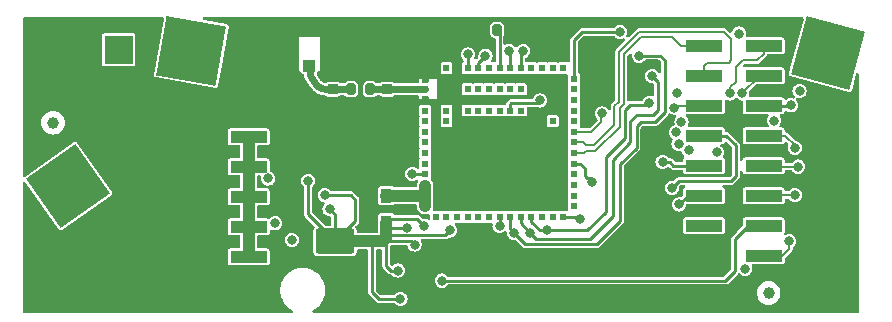
<source format=gbr>
%TF.GenerationSoftware,KiCad,Pcbnew,8.0.5*%
%TF.CreationDate,2024-10-08T13:53:17+03:00*%
%TF.ProjectId,LEXI-R422,4c455849-2d52-4343-9232-2e6b69636164,rev?*%
%TF.SameCoordinates,Original*%
%TF.FileFunction,Copper,L4,Bot*%
%TF.FilePolarity,Positive*%
%FSLAX46Y46*%
G04 Gerber Fmt 4.6, Leading zero omitted, Abs format (unit mm)*
G04 Created by KiCad (PCBNEW 8.0.5) date 2024-10-08 13:53:17*
%MOMM*%
%LPD*%
G01*
G04 APERTURE LIST*
G04 Aperture macros list*
%AMRoundRect*
0 Rectangle with rounded corners*
0 $1 Rounding radius*
0 $2 $3 $4 $5 $6 $7 $8 $9 X,Y pos of 4 corners*
0 Add a 4 corners polygon primitive as box body*
4,1,4,$2,$3,$4,$5,$6,$7,$8,$9,$2,$3,0*
0 Add four circle primitives for the rounded corners*
1,1,$1+$1,$2,$3*
1,1,$1+$1,$4,$5*
1,1,$1+$1,$6,$7*
1,1,$1+$1,$8,$9*
0 Add four rect primitives between the rounded corners*
20,1,$1+$1,$2,$3,$4,$5,0*
20,1,$1+$1,$4,$5,$6,$7,0*
20,1,$1+$1,$6,$7,$8,$9,0*
20,1,$1+$1,$8,$9,$2,$3,0*%
%AMRotRect*
0 Rectangle, with rotation*
0 The origin of the aperture is its center*
0 $1 length*
0 $2 width*
0 $3 Rotation angle, in degrees counterclockwise*
0 Add horizontal line*
21,1,$1,$2,0,0,$3*%
G04 Aperture macros list end*
%TA.AperFunction,ComponentPad*%
%ADD10C,0.600000*%
%TD*%
%TA.AperFunction,SMDPad,CuDef*%
%ADD11R,0.900000X1.600000*%
%TD*%
%TA.AperFunction,ComponentPad*%
%ADD12R,2.400000X2.400000*%
%TD*%
%TA.AperFunction,ComponentPad*%
%ADD13C,2.400000*%
%TD*%
%TA.AperFunction,SMDPad,CuDef*%
%ADD14RoundRect,0.250001X1.399999X-0.837499X1.399999X0.837499X-1.399999X0.837499X-1.399999X-0.837499X0*%
%TD*%
%TA.AperFunction,SMDPad,CuDef*%
%ADD15R,1.000000X1.000000*%
%TD*%
%TA.AperFunction,SMDPad,CuDef*%
%ADD16R,1.050000X2.200000*%
%TD*%
%TA.AperFunction,SMDPad,CuDef*%
%ADD17R,3.150000X1.000000*%
%TD*%
%TA.AperFunction,SMDPad,CuDef*%
%ADD18R,0.600000X0.600000*%
%TD*%
%TA.AperFunction,SMDPad,CuDef*%
%ADD19RotRect,5.100000X5.100000X170.000000*%
%TD*%
%TA.AperFunction,SMDPad,CuDef*%
%ADD20C,1.000000*%
%TD*%
%TA.AperFunction,SMDPad,CuDef*%
%ADD21RoundRect,0.200000X-0.200000X-0.275000X0.200000X-0.275000X0.200000X0.275000X-0.200000X0.275000X0*%
%TD*%
%TA.AperFunction,SMDPad,CuDef*%
%ADD22R,0.950000X1.200000*%
%TD*%
%TA.AperFunction,SMDPad,CuDef*%
%ADD23RoundRect,0.225000X-0.250000X0.225000X-0.250000X-0.225000X0.250000X-0.225000X0.250000X0.225000X0*%
%TD*%
%TA.AperFunction,SMDPad,CuDef*%
%ADD24RotRect,5.100000X5.100000X165.000000*%
%TD*%
%TA.AperFunction,SMDPad,CuDef*%
%ADD25RotRect,5.100000X5.100000X125.000000*%
%TD*%
%TA.AperFunction,ViaPad*%
%ADD26C,0.600000*%
%TD*%
%TA.AperFunction,ViaPad*%
%ADD27C,0.400000*%
%TD*%
%TA.AperFunction,ViaPad*%
%ADD28C,0.800000*%
%TD*%
%TA.AperFunction,Conductor*%
%ADD29C,0.250000*%
%TD*%
%TA.AperFunction,Conductor*%
%ADD30C,1.000000*%
%TD*%
%TA.AperFunction,Conductor*%
%ADD31C,0.200000*%
%TD*%
%TA.AperFunction,Conductor*%
%ADD32C,0.625000*%
%TD*%
G04 APERTURE END LIST*
D10*
%TO.P,U1,9,PAD*%
%TO.N,GND*%
X26450000Y6650000D03*
D11*
X26450000Y6150000D03*
D10*
X26450000Y5650000D03*
%TD*%
D12*
%TO.P,BT1,1,+*%
%TO.N,/+3V6d*%
X11750000Y19500000D03*
D13*
%TO.P,BT1,2,-*%
%TO.N,GND*%
X11750000Y-1500000D03*
%TO.P,BT1,3,-*%
X15500000Y-1500000D03*
%TO.P,BT1,4,-*%
X8000000Y-1500000D03*
%TD*%
D14*
%TO.P,C5,1*%
%TO.N,/VBAT*%
X30060000Y3292500D03*
%TO.P,C5,2*%
%TO.N,GND*%
X30060000Y9667500D03*
%TD*%
D15*
%TO.P,J12,1,Pin_1*%
%TO.N,/RF_OUT1*%
X27875000Y18150000D03*
D16*
%TO.P,J12,2,Pin_2*%
%TO.N,GND*%
X29350000Y19650000D03*
D15*
X27875000Y21150000D03*
D16*
X26400000Y19650000D03*
%TD*%
D17*
%TO.P,J3,1,Pin_1*%
%TO.N,/uDTR*%
X66350000Y19840000D03*
%TO.P,J3,2,Pin_2*%
%TO.N,/uDCD*%
X66350000Y17300000D03*
%TO.P,J3,3,Pin_3*%
%TO.N,/PowerDown*%
X66350000Y14760000D03*
%TO.P,J3,4,Pin_4*%
%TO.N,/uPWRKEY*%
X66350000Y12220000D03*
%TO.P,J3,5,Pin_5*%
%TO.N,/TxD*%
X66350000Y9680000D03*
%TO.P,J3,6,Pin_6*%
%TO.N,/RxD*%
X66350000Y7140000D03*
%TO.P,J3,7,Pin_7*%
%TO.N,/Alim*%
X66350000Y4600000D03*
%TO.P,J3,8,Pin_8*%
%TO.N,/+3V3_UC*%
X66350000Y2060000D03*
%TO.P,J3,9,Pin_9*%
%TO.N,/D-*%
X61300000Y19840000D03*
%TO.P,J3,10,Pin_10*%
%TO.N,/D+*%
X61300000Y17300000D03*
%TO.P,J3,11,Pin_11*%
%TO.N,/Vbus*%
X61300000Y14760000D03*
%TO.P,J3,12,Pin_12*%
%TO.N,/U5V*%
X61300000Y12220000D03*
%TO.P,J3,13,Pin_13*%
%TO.N,/P99*%
X61300000Y9680000D03*
%TO.P,J3,14,Pin_14*%
%TO.N,/VDD_EXT*%
X61300000Y7140000D03*
%TO.P,J3,15,Pin_15*%
%TO.N,unconnected-(J3-Pin_15-Pad15)*%
X61300000Y4600000D03*
%TO.P,J3,16,Pin_16*%
%TO.N,GND*%
X61300000Y2060000D03*
%TD*%
D18*
%TO.P,M1,A2,GND*%
%TO.N,GND*%
X37700000Y17050000D03*
%TO.P,M1,A3,ANT*%
%TO.N,/RF_OUT*%
X37700000Y16150000D03*
%TO.P,M1,A4,GND*%
%TO.N,GND*%
X37700000Y15250000D03*
%TO.P,M1,A5,ANT_DET*%
%TO.N,unconnected-(M1A-ANT_DET-PadA5)*%
X37700000Y14350000D03*
%TO.P,M1,A6,RSVD*%
%TO.N,unconnected-(M1A-RSVD-PadA6)*%
X37700000Y13450000D03*
%TO.P,M1,A7,RSVD*%
%TO.N,unconnected-(M1A-RSVD-PadA7)*%
X37700000Y12550000D03*
%TO.P,M1,A8,RSVD*%
%TO.N,unconnected-(M1A-RSVD-PadA8)*%
X37700000Y11650000D03*
%TO.P,M1,A9,RFCTRL1*%
%TO.N,unconnected-(M1A-RFCTRL1-PadA9)*%
X37700000Y10750000D03*
%TO.P,M1,A10,RFCTRL2*%
%TO.N,unconnected-(M1A-RFCTRL2-PadA10)*%
X37700000Y9850000D03*
%TO.P,M1,A11,V_INT*%
%TO.N,/VDD_EXT*%
X37700000Y8950000D03*
%TO.P,M1,A12,VCC*%
%TO.N,/VBAT_F*%
X37700000Y8050000D03*
%TO.P,M1,A13,VCC*%
X37700000Y7150000D03*
%TO.P,M1,A14,VCC*%
X37700000Y6250000D03*
%TO.P,M1,B1,GND*%
%TO.N,GND*%
X38600000Y17950000D03*
%TO.P,M1,B15,RSVD*%
%TO.N,unconnected-(M1A-RSVD-PadB15)*%
X38600000Y5350000D03*
%TO.P,M1,C1,RSVD*%
%TO.N,unconnected-(M1A-RSVD-PadC1)*%
X39500000Y17950000D03*
%TO.P,M1,C3,GND*%
%TO.N,GND*%
X39500000Y16150000D03*
%TO.P,M1,C5,RSVD*%
%TO.N,unconnected-(M1B-RSVD-PadC5)*%
X39500000Y14350000D03*
%TO.P,M1,C6,RSVD*%
%TO.N,unconnected-(M1B-RSVD-PadC6)*%
X39500000Y13450000D03*
%TO.P,M1,C7,GND*%
%TO.N,GND*%
X39500000Y12550000D03*
%TO.P,M1,C8,GND*%
X39500000Y11650000D03*
%TO.P,M1,C9,GND*%
X39500000Y10750000D03*
%TO.P,M1,C10,GND*%
X39500000Y9850000D03*
%TO.P,M1,C11,GND*%
X39500000Y8950000D03*
%TO.P,M1,C13,GND*%
X39500000Y7150000D03*
%TO.P,M1,C15,RSVD*%
%TO.N,unconnected-(M1A-RSVD-PadC15)*%
X39500000Y5350000D03*
%TO.P,M1,D1,GND*%
%TO.N,GND*%
X40400000Y17950000D03*
%TO.P,M1,D15,RSVD*%
%TO.N,unconnected-(M1A-RSVD-PadD15)*%
X40400000Y5350000D03*
%TO.P,M1,E1,RXD*%
%TO.N,/RXD*%
X41300000Y17950000D03*
%TO.P,M1,E3,RSVD*%
%TO.N,unconnected-(M1B-RSVD-PadE3)*%
X41300000Y16150000D03*
%TO.P,M1,E5,RSVD*%
%TO.N,unconnected-(M1B-RSVD-PadE5)*%
X41300000Y14350000D03*
%TO.P,M1,E6,GND*%
%TO.N,GND*%
X41300000Y13450000D03*
%TO.P,M1,E7,GND*%
X41300000Y12550000D03*
%TO.P,M1,E8,GND*%
X41300000Y11650000D03*
%TO.P,M1,E9,GND*%
X41300000Y10750000D03*
%TO.P,M1,E10,GND*%
X41300000Y9850000D03*
%TO.P,M1,E11,GND*%
X41300000Y8950000D03*
%TO.P,M1,E13,GND*%
X41300000Y7150000D03*
%TO.P,M1,E15,RSVD*%
%TO.N,unconnected-(M1A-RSVD-PadE15)*%
X41300000Y5350000D03*
%TO.P,M1,F1,TXD*%
%TO.N,/TXD*%
X42200000Y17950000D03*
%TO.P,M1,F3,RSVD*%
%TO.N,unconnected-(M1B-RSVD-PadF3)*%
X42200000Y16150000D03*
%TO.P,M1,F5,RSVD*%
%TO.N,unconnected-(M1B-RSVD-PadF5)*%
X42200000Y14350000D03*
%TO.P,M1,F6,GND*%
%TO.N,GND*%
X42200000Y13450000D03*
%TO.P,M1,F7,GND*%
X42200000Y12550000D03*
%TO.P,M1,F8,GND*%
X42200000Y11650000D03*
%TO.P,M1,F9,GND*%
X42200000Y10750000D03*
%TO.P,M1,F10,GND*%
X42200000Y9850000D03*
%TO.P,M1,F11,GND*%
X42200000Y8950000D03*
%TO.P,M1,F13,GND*%
X42200000Y7150000D03*
%TO.P,M1,F15,RSVD*%
%TO.N,unconnected-(M1A-RSVD-PadF15)*%
X42200000Y5350000D03*
%TO.P,M1,G1,CTS*%
%TO.N,unconnected-(M1A-CTS-PadG1)*%
X43100000Y17950000D03*
%TO.P,M1,G3,RSVD*%
%TO.N,unconnected-(M1B-RSVD-PadG3)*%
X43100000Y16150000D03*
%TO.P,M1,G5,RSVD*%
%TO.N,unconnected-(M1B-RSVD-PadG5)*%
X43100000Y14350000D03*
%TO.P,M1,G6,GND*%
%TO.N,GND*%
X43100000Y13450000D03*
%TO.P,M1,G7,GND*%
X43100000Y12550000D03*
%TO.P,M1,G8,GND*%
X43100000Y11650000D03*
%TO.P,M1,G9,GND*%
X43100000Y10750000D03*
%TO.P,M1,G10,GND*%
X43100000Y9850000D03*
%TO.P,M1,G11,GND*%
X43100000Y8950000D03*
%TO.P,M1,G13,GND*%
X43100000Y7150000D03*
%TO.P,M1,G15,RSVD*%
%TO.N,unconnected-(M1A-RSVD-PadG15)*%
X43100000Y5350000D03*
%TO.P,M1,H1,RTS*%
%TO.N,Net-(M1A-RTS)*%
X44000000Y17950000D03*
%TO.P,M1,H3,RSVD*%
%TO.N,unconnected-(M1B-RSVD-PadH3)*%
X44000000Y16150000D03*
%TO.P,M1,H5,RSVD*%
%TO.N,unconnected-(M1B-RSVD-PadH5)*%
X44000000Y14350000D03*
%TO.P,M1,H6,GND*%
%TO.N,GND*%
X44000000Y13450000D03*
%TO.P,M1,H7,GND*%
X44000000Y12550000D03*
%TO.P,M1,H8,GND*%
X44000000Y11650000D03*
%TO.P,M1,H9,GND*%
X44000000Y10750000D03*
%TO.P,M1,H10,GND*%
X44000000Y9850000D03*
%TO.P,M1,H11,GND*%
X44000000Y8950000D03*
%TO.P,M1,H13,GND*%
X44000000Y7150000D03*
%TO.P,M1,H15,VSIM*%
%TO.N,/uVDD*%
X44000000Y5350000D03*
%TO.P,M1,J1,DCD*%
%TO.N,/DCD*%
X44900000Y17950000D03*
%TO.P,M1,J3,RSVD*%
%TO.N,unconnected-(M1B-RSVD-PadJ3)*%
X44900000Y16150000D03*
%TO.P,M1,J5,RSVD*%
%TO.N,/P99*%
X44900000Y14350000D03*
%TO.P,M1,J6,GND*%
%TO.N,GND*%
X44900000Y13450000D03*
%TO.P,M1,J7,GND*%
X44900000Y12550000D03*
%TO.P,M1,J8,GND*%
X44900000Y11650000D03*
%TO.P,M1,J9,GND*%
X44900000Y10750000D03*
%TO.P,M1,J10,GND*%
X44900000Y9850000D03*
%TO.P,M1,J11,GND*%
X44900000Y8950000D03*
%TO.P,M1,J13,GND*%
X44900000Y7150000D03*
%TO.P,M1,J15,SIM_IO*%
%TO.N,/uData*%
X44900000Y5350000D03*
%TO.P,M1,K1,DTR*%
%TO.N,/DTR*%
X45800000Y17950000D03*
%TO.P,M1,K3,RSVD*%
%TO.N,unconnected-(M1B-RSVD-PadK3)*%
X45800000Y16150000D03*
%TO.P,M1,K5,RSVD*%
%TO.N,unconnected-(M1B-RSVD-PadK5)*%
X45800000Y14350000D03*
%TO.P,M1,K6,GND*%
%TO.N,GND*%
X45800000Y13450000D03*
%TO.P,M1,K7,GND*%
X45800000Y12550000D03*
%TO.P,M1,K8,GND*%
X45800000Y11650000D03*
%TO.P,M1,K9,GND*%
X45800000Y10750000D03*
%TO.P,M1,K10,GND*%
X45800000Y9850000D03*
%TO.P,M1,K11,GND*%
X45800000Y8950000D03*
%TO.P,M1,K13,GND*%
X45800000Y7150000D03*
%TO.P,M1,K15,SIM_CLK*%
%TO.N,/uCLK*%
X45800000Y5350000D03*
%TO.P,M1,L1,RI*%
%TO.N,unconnected-(M1A-RI-PadL1)*%
X46700000Y17950000D03*
%TO.P,M1,L3,GND*%
%TO.N,GND*%
X46700000Y16150000D03*
%TO.P,M1,L5,GND*%
X46700000Y14350000D03*
%TO.P,M1,L6,GND*%
X46700000Y13450000D03*
%TO.P,M1,L7,GND*%
X46700000Y12550000D03*
%TO.P,M1,L8,GND*%
X46700000Y11650000D03*
%TO.P,M1,L9,GND*%
X46700000Y10750000D03*
%TO.P,M1,L10,GND*%
X46700000Y9850000D03*
%TO.P,M1,L11,GND*%
X46700000Y8950000D03*
%TO.P,M1,L13,GND*%
X46700000Y7150000D03*
%TO.P,M1,L15,SIM_RST*%
%TO.N,/uRST*%
X46700000Y5350000D03*
%TO.P,M1,M1,DSR*%
%TO.N,unconnected-(M1A-DSR-PadM1)*%
X47600000Y17950000D03*
%TO.P,M1,M15,GPIO6*%
%TO.N,unconnected-(M1A-GPIO6-PadM15)*%
X47600000Y5350000D03*
%TO.P,M1,N1,SCL*%
%TO.N,unconnected-(M1A-SCL-PadN1)*%
X48500000Y17950000D03*
%TO.P,M1,N3,GND*%
%TO.N,GND*%
X48500000Y16150000D03*
%TO.P,M1,N5,GND*%
X48500000Y14350000D03*
%TO.P,M1,N6*%
%TO.N,N/C*%
X48500000Y13450000D03*
%TO.P,M1,N7,GND*%
%TO.N,GND*%
X48500000Y12550000D03*
%TO.P,M1,N8,GND*%
X48500000Y11650000D03*
%TO.P,M1,N9,GND*%
X48500000Y10750000D03*
%TO.P,M1,N10,GND*%
X48500000Y9850000D03*
%TO.P,M1,N11,GND*%
X48500000Y8950000D03*
%TO.P,M1,N13,GND*%
X48500000Y7150000D03*
%TO.P,M1,N15,RSVD*%
%TO.N,unconnected-(M1A-RSVD-PadN15)*%
X48500000Y5350000D03*
%TO.P,M1,P1,SDA*%
%TO.N,unconnected-(M1A-SDA-PadP1)*%
X49400000Y17950000D03*
%TO.P,M1,P15,PWR_CTRL*%
%TO.N,/PWRKEY*%
X49400000Y5350000D03*
%TO.P,M1,R2,GPIO1*%
%TO.N,/Network*%
X50300000Y17050000D03*
%TO.P,M1,R3,GPIO2*%
%TO.N,unconnected-(M1A-GPIO2-PadR3)*%
X50300000Y16150000D03*
%TO.P,M1,R4,GPIO3*%
%TO.N,unconnected-(M1A-GPIO3-PadR4)*%
X50300000Y15250000D03*
%TO.P,M1,R5,GPIO4*%
%TO.N,unconnected-(M1A-GPIO4-PadR5)*%
X50300000Y14350000D03*
%TO.P,M1,R6,GPIO5*%
%TO.N,unconnected-(M1A-GPIO5-PadR6)*%
X50300000Y13450000D03*
%TO.P,M1,R7,USB_3V3*%
%TO.N,/Vbus*%
X50300000Y12550000D03*
%TO.P,M1,R8,USB_D-*%
%TO.N,/D+*%
X50300000Y11650000D03*
%TO.P,M1,R9,USB_D+*%
%TO.N,/D-*%
X50300000Y10750000D03*
%TO.P,M1,R10,USB_5V0*%
%TO.N,/U5V*%
X50300000Y9850000D03*
%TO.P,M1,R11,RSVD*%
%TO.N,unconnected-(M1A-RSVD-PadR11)*%
X50300000Y8950000D03*
%TO.P,M1,R12,RSVD*%
%TO.N,unconnected-(M1A-RSVD-PadR12)*%
X50300000Y8050000D03*
%TO.P,M1,R13,RSVD*%
%TO.N,unconnected-(M1A-RSVD-PadR13)*%
X50300000Y7150000D03*
%TO.P,M1,R14,RSVD*%
%TO.N,unconnected-(M1A-RSVD-PadR14)*%
X50300000Y6250000D03*
%TD*%
D19*
%TO.P,J5,1,Pin_1*%
%TO.N,unconnected-(J5-Pin_1-Pad1)*%
X17897600Y19431000D03*
%TD*%
D20*
%TO.P,FID2,*%
%TO.N,*%
X66776600Y-1092200D03*
%TD*%
D21*
%TO.P,R4,1*%
%TO.N,/RF_OUT1*%
X31400000Y16150000D03*
%TO.P,R4,2*%
%TO.N,/RF_OUT*%
X33050000Y16150000D03*
%TD*%
%TO.P,R1,1*%
%TO.N,GND*%
X42150000Y21200000D03*
%TO.P,R1,2*%
%TO.N,Net-(M1A-RTS)*%
X43800000Y21200000D03*
%TD*%
D22*
%TO.P,FB1,1*%
%TO.N,/VBAT_F*%
X34400000Y7150000D03*
%TO.P,FB1,2*%
%TO.N,/VBAT*%
X34400000Y4850000D03*
%TD*%
D17*
%TO.P,J2,1,Pin_1*%
%TO.N,GND*%
X17700000Y1970000D03*
%TO.P,J2,2,Pin_2*%
X17700000Y4510000D03*
%TO.P,J2,3,Pin_3*%
X17700000Y7050000D03*
%TO.P,J2,4,Pin_4*%
X17700000Y9590000D03*
%TO.P,J2,5,Pin_5*%
X17700000Y12130000D03*
%TO.P,J2,6,Pin_6*%
%TO.N,/+3V6d*%
X22750000Y1970000D03*
%TO.P,J2,7,Pin_7*%
X22750000Y4510000D03*
%TO.P,J2,8,Pin_8*%
X22750000Y7050000D03*
%TO.P,J2,9,Pin_9*%
X22750000Y9590000D03*
%TO.P,J2,10,Pin_10*%
X22750000Y12130000D03*
%TD*%
D23*
%TO.P,C13,1*%
%TO.N,/RF_OUT1*%
X29875000Y16150000D03*
%TO.P,C13,2*%
%TO.N,GND*%
X29875000Y14600000D03*
%TD*%
D24*
%TO.P,J6,1,Pin_1*%
%TO.N,unconnected-(J6-Pin_1-Pad1)*%
X71805800Y19227800D03*
%TD*%
D25*
%TO.P,J4,1,Pin_1*%
%TO.N,unconnected-(J4-Pin_1-Pad1)*%
X7467600Y7950200D03*
%TD*%
D20*
%TO.P,FID3,*%
%TO.N,*%
X6197600Y13309600D03*
%TD*%
D23*
%TO.P,C14,1*%
%TO.N,/RF_OUT*%
X34500000Y16150000D03*
%TO.P,C14,2*%
%TO.N,GND*%
X34500000Y14600000D03*
%TD*%
D26*
%TO.N,GND*%
X70993000Y-993657D03*
X17653000Y-993657D03*
X51943000Y18056343D03*
X18923000Y276343D03*
X53213000Y-993657D03*
X4953000Y4086343D03*
X22733000Y276343D03*
X72263000Y14246343D03*
X13843000Y14246343D03*
X41783000Y2816343D03*
X73533000Y276343D03*
X11303000Y10436343D03*
X73533000Y2816343D03*
X11303000Y9166343D03*
X12573000Y10436343D03*
X31623000Y-993657D03*
X73533000Y12976343D03*
X29083000Y12976343D03*
X31623000Y20596343D03*
X68453000Y-993657D03*
X25273000Y10436343D03*
X8763000Y19326343D03*
X70993000Y1546343D03*
D27*
X35400000Y15200000D03*
X32400000Y15000000D03*
D26*
X13843000Y11706343D03*
X7493000Y1546343D03*
X73533000Y4086343D03*
X10033000Y11706343D03*
X18923000Y14246343D03*
X21463000Y14246343D03*
X7493000Y18056343D03*
X10033000Y14246343D03*
X22733000Y16786343D03*
X6223000Y11706343D03*
X37973000Y20596343D03*
X6223000Y18056343D03*
X13843000Y4086343D03*
D27*
X57000000Y18400000D03*
D26*
X72263000Y1546343D03*
X39243000Y19326343D03*
X32893000Y11706343D03*
X73533000Y1546343D03*
X24003000Y14246343D03*
X4953000Y-993657D03*
X15113000Y9166343D03*
X13843000Y16786343D03*
X30353000Y12976343D03*
X20193000Y6626343D03*
D27*
X27130000Y16960000D03*
D26*
X50673000Y1546343D03*
X51943000Y16786343D03*
X24003000Y-993657D03*
X6223000Y15516343D03*
X22733000Y14246343D03*
X18923000Y-993657D03*
X22733000Y18056343D03*
X15113000Y11706343D03*
X12573000Y5356343D03*
D27*
X30590000Y17150000D03*
D26*
X34163000Y11706343D03*
X25273000Y276343D03*
X6223000Y276343D03*
X51943000Y-993657D03*
X6223000Y20596343D03*
X54483000Y-993657D03*
X51943000Y19326343D03*
X41783000Y4086343D03*
D27*
X31800000Y15000000D03*
D26*
X58293000Y-993657D03*
X20193000Y11706343D03*
X72263000Y276343D03*
X72263000Y6626343D03*
X11303000Y11706343D03*
X20193000Y2816343D03*
X15113000Y4086343D03*
X11303000Y5356343D03*
D27*
X32400000Y17200000D03*
D26*
X22733000Y-993657D03*
X73533000Y14246343D03*
X73533000Y-993657D03*
X20193000Y5356343D03*
X25273000Y15516343D03*
X26543000Y12976343D03*
X8763000Y1546343D03*
X30353000Y-993657D03*
X20193000Y7896343D03*
X13843000Y2816343D03*
X57023000Y-993657D03*
X72263000Y2816343D03*
X21463000Y19326343D03*
X13843000Y18056343D03*
X24003000Y16786343D03*
X16383000Y15516343D03*
X15113000Y1546343D03*
X7493000Y19326343D03*
X10033000Y276343D03*
X18923000Y15516343D03*
X4953000Y16786343D03*
X49403000Y1546343D03*
X73533000Y11706343D03*
X11303000Y4086343D03*
X21463000Y16786343D03*
D27*
X33000000Y15000000D03*
D26*
X7493000Y15516343D03*
X59563000Y-993657D03*
X12573000Y11706343D03*
X26543000Y11706343D03*
X58293000Y5356343D03*
X50673000Y-993657D03*
X57023000Y1546343D03*
X21463000Y276343D03*
X55753000Y1546343D03*
X72263000Y12976343D03*
D27*
X28920000Y17470000D03*
D26*
X55753000Y6626343D03*
X17653000Y14246343D03*
X21463000Y18056343D03*
X63373000Y-993657D03*
X15113000Y5356343D03*
X12573000Y4086343D03*
X32893000Y10436343D03*
X10033000Y16786343D03*
X32893000Y20596343D03*
X20193000Y4086343D03*
X10033000Y15516343D03*
X8763000Y15516343D03*
X34163000Y20596343D03*
X12573000Y2816343D03*
X13843000Y19326343D03*
X24003000Y18056343D03*
X25273000Y12976343D03*
X35433000Y19326343D03*
X21463000Y15516343D03*
X12573000Y1546343D03*
X13843000Y5356343D03*
X13843000Y9166343D03*
X24003000Y276343D03*
X55753000Y5356343D03*
X24003000Y19326343D03*
X27813000Y11706343D03*
X68453000Y276343D03*
X31623000Y12976343D03*
X32893000Y19326343D03*
X13843000Y15516343D03*
X4953000Y18056343D03*
D27*
X29990000Y17120000D03*
D26*
X7493000Y20596343D03*
D27*
X26840000Y17480000D03*
X36000000Y15200000D03*
D26*
X41783000Y1546343D03*
D27*
X28220000Y15600000D03*
D26*
X72263000Y9166343D03*
X8763000Y12976343D03*
X13843000Y6626343D03*
X15113000Y14246343D03*
D28*
X22707600Y21285200D03*
D26*
X15113000Y15516343D03*
X20193000Y276343D03*
X20193000Y1546343D03*
X70993000Y276343D03*
D27*
X31200000Y15000000D03*
D26*
X36703000Y20596343D03*
X34163000Y19326343D03*
D27*
X29340000Y17120000D03*
D26*
X69723000Y276343D03*
X64643000Y-993657D03*
X58293000Y1546343D03*
X29083000Y11706343D03*
X27813000Y12976343D03*
X11303000Y2816343D03*
X7493000Y16786343D03*
X4953000Y15516343D03*
X15113000Y12976343D03*
X34163000Y12976343D03*
X30353000Y11706343D03*
X73533000Y10436343D03*
X39243000Y20596343D03*
X35433000Y20596343D03*
X73533000Y7896343D03*
X48133000Y19326343D03*
X73533000Y6626343D03*
X4953000Y11706343D03*
X26543000Y10436343D03*
X25273000Y11706343D03*
X4953000Y276343D03*
X12573000Y16786343D03*
X20193000Y12976343D03*
X36703000Y19326343D03*
X16383000Y14246343D03*
X4953000Y20596343D03*
X8763000Y16786343D03*
X60833000Y-993657D03*
X8763000Y2816343D03*
X12573000Y7896343D03*
X26543000Y14246343D03*
X15113000Y2816343D03*
X25273000Y1546343D03*
X35433000Y12976343D03*
X72263000Y11706343D03*
X7493000Y14246343D03*
X4953000Y19326343D03*
X11303000Y12976343D03*
D27*
X31800000Y17200000D03*
D26*
X10033000Y12976343D03*
X17653000Y15516343D03*
X41783000Y-993657D03*
X32893000Y12976343D03*
X73533000Y9166343D03*
D27*
X31200000Y17200000D03*
D26*
X20193000Y9166343D03*
X10033000Y1546343D03*
X4953000Y1546343D03*
X6223000Y16786343D03*
X15113000Y6626343D03*
D27*
X28740000Y15350000D03*
D26*
X15113000Y10436343D03*
X13843000Y276343D03*
X20193000Y-993657D03*
X24003000Y15516343D03*
X10033000Y4086343D03*
X12573000Y14246343D03*
X22733000Y19326343D03*
X8763000Y4086343D03*
X55753000Y-993657D03*
X11303000Y14246343D03*
X72263000Y7896343D03*
X10033000Y2816343D03*
X20193000Y15516343D03*
X8763000Y20596343D03*
D27*
X34800000Y17200000D03*
D26*
X11303000Y15516343D03*
X25273000Y16786343D03*
D27*
X36600000Y17000000D03*
X36000000Y17000000D03*
D26*
X20193000Y10436343D03*
X34163000Y9166343D03*
X40513000Y1546343D03*
X31623000Y19326343D03*
D27*
X67800000Y10600000D03*
D26*
X8763000Y18056343D03*
D27*
X33000000Y17200000D03*
D26*
X73533000Y5356343D03*
X13843000Y20596343D03*
D27*
X33600000Y15000000D03*
D26*
X72263000Y-993657D03*
X72263000Y4086343D03*
D27*
X27350000Y16440000D03*
X35400000Y17000000D03*
X27740000Y15970000D03*
D26*
X49403000Y-993657D03*
X11303000Y16786343D03*
X72263000Y10436343D03*
X12573000Y9166343D03*
X12573000Y12976343D03*
X13843000Y12976343D03*
X6223000Y19326343D03*
D27*
X33600000Y17200000D03*
D26*
X69723000Y1546343D03*
X13843000Y10436343D03*
D27*
X34200000Y17200000D03*
D26*
X12573000Y6626343D03*
X31623000Y11706343D03*
X69723000Y-993657D03*
X34163000Y10436343D03*
X15113000Y7896343D03*
X21463000Y-993657D03*
X17653000Y276343D03*
X20193000Y14246343D03*
X25273000Y14246343D03*
X37973000Y19326343D03*
X62103000Y-993657D03*
D27*
X36600000Y15200000D03*
X56800000Y16200000D03*
D26*
X22733000Y15516343D03*
X12573000Y15516343D03*
X13843000Y1546343D03*
X13843000Y7896343D03*
X48133000Y20596343D03*
X35433000Y11706343D03*
X11303000Y1546343D03*
X8763000Y14246343D03*
D28*
%TO.N,/uRST*%
X56675000Y15000000D03*
X48000000Y4200000D03*
%TO.N,/uCLK*%
X46600000Y4000000D03*
X56920000Y17280000D03*
%TO.N,/uData*%
X45200000Y4000000D03*
X55800000Y19000000D03*
%TO.N,/uVDD*%
X44000000Y4600000D03*
%TO.N,/VBAT*%
X29200000Y7200000D03*
X36200000Y4400000D03*
X39800000Y4200000D03*
X35400000Y800000D03*
X37600000Y4600000D03*
X35600000Y-1600000D03*
X36800000Y3000000D03*
X29600000Y6000000D03*
X27800000Y8400000D03*
%TO.N,/uPWRKEY*%
X69000000Y11200000D03*
X64800000Y959998D03*
%TO.N,/uDTR*%
X63532858Y15799356D03*
%TO.N,/TxD*%
X69275000Y9600000D03*
%TO.N,/RxD*%
X69000000Y7200000D03*
%TO.N,/uDCD*%
X64532815Y15808952D03*
%TO.N,/RXD*%
X59148889Y11524985D03*
X41300000Y19100000D03*
%TO.N,/TXD*%
X60000000Y11000000D03*
X42800000Y19000000D03*
%TO.N,/VDD_EXT*%
X59200000Y6400000D03*
X36600000Y9000000D03*
X59000000Y15800000D03*
%TO.N,/DTR*%
X46000000Y19400000D03*
X59400000Y13400000D03*
%TO.N,/DCD*%
X58952785Y12505571D03*
X44800000Y19400000D03*
%TO.N,/PWRKEY*%
X50800000Y5200000D03*
%TO.N,/Alim*%
X39100000Y-50000D03*
X26400000Y3400000D03*
%TO.N,/+3V6d*%
X22750000Y8400000D03*
X69400000Y16000000D03*
X22750000Y5800000D03*
X24400000Y8600000D03*
X25000000Y4800000D03*
X22750000Y11000000D03*
X22750000Y3000000D03*
%TO.N,/+3V3_UC*%
X68500000Y3275000D03*
X67250000Y13500000D03*
X62400000Y10800000D03*
%TO.N,/Vbus*%
X58800000Y14600000D03*
X52675000Y14100000D03*
%TO.N,/U5V*%
X58600000Y7800000D03*
X51800000Y8275000D03*
%TO.N,/P99*%
X47400000Y15200000D03*
X57800000Y10000000D03*
%TO.N,/Network*%
X64246154Y20869231D03*
X54200000Y21000000D03*
%TO.N,/PowerDown*%
X68660000Y14790000D03*
%TD*%
D29*
%TO.N,/uRST*%
X47425305Y4200000D02*
X48000000Y4200000D01*
X46700000Y5350000D02*
X46700000Y4925305D01*
X53000000Y10400000D02*
X54600000Y12000000D01*
X55000000Y14800000D02*
X56475000Y14800000D01*
X53000000Y5800000D02*
X53000000Y10400000D01*
X56475000Y14800000D02*
X56675000Y15000000D01*
X54600000Y12000000D02*
X54600000Y14400000D01*
X48000000Y4200000D02*
X51400000Y4200000D01*
X51400000Y4200000D02*
X53000000Y5800000D01*
X46700000Y4925305D02*
X47425305Y4200000D01*
X54600000Y14400000D02*
X55000000Y14800000D01*
%TO.N,/uCLK*%
X53600000Y10200000D02*
X55050000Y11650000D01*
X45800000Y4800000D02*
X46600000Y4000000D01*
X57400000Y16800000D02*
X56920000Y17280000D01*
X57400000Y14400000D02*
X57400000Y16800000D01*
X55050000Y13450000D02*
X55600000Y14000000D01*
X46600000Y4000000D02*
X47125000Y3475000D01*
X45800000Y5350000D02*
X45800000Y4800000D01*
X47125000Y3475000D02*
X51675000Y3475000D01*
X55050000Y11650000D02*
X55050000Y13450000D01*
X57000000Y14000000D02*
X57400000Y14400000D01*
X51675000Y3475000D02*
X53600000Y5400000D01*
X53600000Y5400000D02*
X53600000Y10200000D01*
X55600000Y14000000D02*
X57000000Y14000000D01*
%TO.N,/uData*%
X54200000Y5000000D02*
X54200000Y9800000D01*
X57600000Y19000000D02*
X55800000Y19000000D01*
X58000000Y18600000D02*
X57600000Y19000000D01*
X52225000Y3025000D02*
X54200000Y5000000D01*
X55600000Y11200000D02*
X55600000Y13000000D01*
X56000000Y13400000D02*
X57200000Y13400000D01*
X44900000Y5350000D02*
X44900000Y4300000D01*
X58000000Y14200000D02*
X58000000Y18600000D01*
X46175000Y3025000D02*
X52225000Y3025000D01*
X57200000Y13400000D02*
X58000000Y14200000D01*
X45200000Y4000000D02*
X46175000Y3025000D01*
X54200000Y9800000D02*
X55600000Y11200000D01*
X55600000Y13000000D02*
X56000000Y13400000D01*
X44900000Y4300000D02*
X45200000Y4000000D01*
%TO.N,/uVDD*%
X44000000Y5350000D02*
X44000000Y4600000D01*
%TO.N,/VBAT*%
X29200000Y7200000D02*
X31400000Y7200000D01*
X31400000Y7200000D02*
X31800000Y6800000D01*
X36200000Y4400000D02*
X34850000Y4400000D01*
X33400000Y3292500D02*
X36507500Y3292500D01*
D30*
X33400000Y3292500D02*
X30060000Y3292500D01*
D29*
X31800000Y5032500D02*
X30060000Y3292500D01*
X35600000Y-1600000D02*
X33800000Y-1600000D01*
X34400000Y1200000D02*
X34400000Y3600000D01*
X33200000Y3092500D02*
X33400000Y3292500D01*
D30*
X34400000Y4200000D02*
X34400000Y3600000D01*
D29*
X39400000Y3800000D02*
X34600000Y3800000D01*
X27800000Y8400000D02*
X27800000Y5552500D01*
X37000000Y5200000D02*
X34750000Y5200000D01*
X33200000Y-1000000D02*
X33200000Y3092500D01*
X33800000Y-1600000D02*
X33200000Y-1000000D01*
D30*
X34400000Y4850000D02*
X34400000Y4200000D01*
D29*
X39800000Y4200000D02*
X39400000Y3800000D01*
X36000000Y4200000D02*
X36200000Y4400000D01*
X34600000Y3800000D02*
X34400000Y3600000D01*
X34850000Y4400000D02*
X34400000Y4850000D01*
X36507500Y3292500D02*
X36800000Y3000000D01*
X30060000Y5540000D02*
X30060000Y3292500D01*
X27800000Y5552500D02*
X30060000Y3292500D01*
X29600000Y6000000D02*
X30060000Y5540000D01*
D30*
X34400000Y3600000D02*
X34092500Y3292500D01*
D29*
X37600000Y4600000D02*
X37000000Y5200000D01*
X35400000Y800000D02*
X34800000Y800000D01*
X31800000Y6800000D02*
X31800000Y5032500D01*
D30*
X34092500Y3292500D02*
X33400000Y3292500D01*
D29*
X34800000Y800000D02*
X34400000Y1200000D01*
X34750000Y5200000D02*
X34400000Y4850000D01*
D31*
%TO.N,/uPWRKEY*%
X68170000Y12220000D02*
X66350000Y12220000D01*
X69000000Y11200000D02*
X69000000Y11390000D01*
X69000000Y11390000D02*
X68170000Y12220000D01*
%TO.N,/uDTR*%
X63532858Y15799356D02*
X63532858Y16332858D01*
X66350000Y19150000D02*
X66350000Y19840000D01*
X64000000Y16800000D02*
X64000000Y18000000D01*
X65800000Y18600000D02*
X66350000Y19150000D01*
X63532858Y16332858D02*
X64000000Y16800000D01*
X64000000Y18000000D02*
X64600000Y18600000D01*
X64600000Y18600000D02*
X65800000Y18600000D01*
%TO.N,/TxD*%
X66430000Y9600000D02*
X66350000Y9680000D01*
X69275000Y9600000D02*
X66430000Y9600000D01*
%TO.N,/RxD*%
X69000000Y7200000D02*
X66410000Y7200000D01*
X66410000Y7200000D02*
X66350000Y7140000D01*
%TO.N,/uDCD*%
X64532815Y15808952D02*
X66023863Y17300000D01*
X66023863Y17300000D02*
X66350000Y17300000D01*
D32*
%TO.N,/RF_OUT*%
X34500000Y16150000D02*
X33050000Y16150000D01*
X34500000Y16150000D02*
X37700000Y16150000D01*
D29*
%TO.N,/RXD*%
X41300000Y17950000D02*
X41300000Y19100000D01*
%TO.N,/TXD*%
X42200000Y18400000D02*
X42800000Y19000000D01*
X42200000Y17950000D02*
X42200000Y18400000D01*
%TO.N,/VDD_EXT*%
X59940000Y7140000D02*
X61300000Y7140000D01*
X36650000Y8950000D02*
X36600000Y9000000D01*
X59200000Y6400000D02*
X59940000Y7140000D01*
X37700000Y8950000D02*
X36650000Y8950000D01*
%TO.N,/DTR*%
X45800000Y17950000D02*
X45800000Y19200000D01*
X45800000Y19200000D02*
X46000000Y19400000D01*
%TO.N,/DCD*%
X44900000Y19300000D02*
X44800000Y19400000D01*
X44900000Y17950000D02*
X44900000Y19300000D01*
%TO.N,/PWRKEY*%
X49400000Y5350000D02*
X50650000Y5350000D01*
X50650000Y5350000D02*
X50800000Y5200000D01*
%TO.N,/Alim*%
X65050000Y4600000D02*
X66350000Y4600000D01*
X63125000Y-50000D02*
X63900000Y725000D01*
X63900000Y3450000D02*
X65050000Y4600000D01*
X39100000Y-50000D02*
X63125000Y-50000D01*
X63900000Y725000D02*
X63900000Y3450000D01*
D30*
%TO.N,/+3V6d*%
X22750000Y11000000D02*
X22750000Y12130000D01*
X22750000Y2005000D02*
X22750000Y3000000D01*
X22750000Y5800000D02*
X22750000Y8400000D01*
X22750000Y8400000D02*
X22750000Y11000000D01*
X22750000Y3000000D02*
X22750000Y5800000D01*
D31*
%TO.N,/+3V3_UC*%
X68500000Y2650000D02*
X68500000Y3275000D01*
X66350000Y2060000D02*
X67910000Y2060000D01*
X67910000Y2060000D02*
X68500000Y2650000D01*
D32*
%TO.N,/RF_OUT1*%
X28460787Y16564213D02*
X28582107Y16442893D01*
X27875000Y18150000D02*
X27875000Y17978427D01*
X30400000Y16150000D02*
X29875000Y16150000D01*
X29289214Y16150000D02*
X29875000Y16150000D01*
X31400000Y16150000D02*
X30400000Y16150000D01*
X27875000Y17978427D02*
G75*
G03*
X28460773Y16564199I2000000J-27D01*
G01*
X29289214Y16150000D02*
G75*
G02*
X28582100Y16442886I-14J1000000D01*
G01*
D31*
%TO.N,/D+*%
X51981800Y11400000D02*
X53725020Y13143220D01*
X51050000Y11650000D02*
X51300000Y11400000D01*
X63600000Y18600000D02*
X63400000Y18400000D01*
X54075000Y15112409D02*
X54075000Y19293200D01*
X62975000Y21025000D02*
X63600000Y20400000D01*
X53725020Y13143220D02*
X53725020Y14762429D01*
X63400000Y18400000D02*
X61600000Y18400000D01*
X61600000Y18400000D02*
X61300000Y18100000D01*
X51300000Y11400000D02*
X51981800Y11400000D01*
X53725020Y14762429D02*
X54075000Y15112409D01*
X63600000Y20400000D02*
X63600000Y18600000D01*
X50300000Y11650000D02*
X51050000Y11650000D01*
X55806800Y21025000D02*
X62975000Y21025000D01*
X61300000Y18100000D02*
X61300000Y17300000D01*
X54075000Y19293200D02*
X55806800Y21025000D01*
%TO.N,/D-*%
X52118200Y10900000D02*
X54175000Y12956800D01*
X54175000Y12956800D02*
X54175000Y14576040D01*
X51150000Y10750000D02*
X51300000Y10900000D01*
X55993200Y20575000D02*
X58625000Y20575000D01*
X50300000Y10750000D02*
X51150000Y10750000D01*
X51300000Y10900000D02*
X52118200Y10900000D01*
X54525000Y14926040D02*
X54525000Y19106800D01*
X58625000Y20575000D02*
X59360000Y19840000D01*
X59360000Y19840000D02*
X61300000Y19840000D01*
X54175000Y14576040D02*
X54525000Y14926040D01*
X54525000Y19106800D02*
X55993200Y20575000D01*
%TO.N,/Vbus*%
X52600000Y14025000D02*
X52675000Y14100000D01*
X58960000Y14760000D02*
X61300000Y14760000D01*
X51750000Y12550000D02*
X52600000Y13400000D01*
X50300000Y12550000D02*
X51750000Y12550000D01*
X58800000Y14600000D02*
X58960000Y14760000D01*
X52600000Y13400000D02*
X52600000Y14025000D01*
D30*
%TO.N,/VBAT_F*%
X37700000Y7150000D02*
X37700000Y7950000D01*
X37700000Y7150000D02*
X37700000Y6250000D01*
X37700000Y7150000D02*
X34400000Y7150000D01*
D29*
%TO.N,Net-(M1A-RTS)*%
X44000000Y17950000D02*
X44000000Y21000000D01*
X44000000Y21000000D02*
X43800000Y21200000D01*
%TO.N,/U5V*%
X51200000Y9500000D02*
X51200000Y8800000D01*
X50850000Y9850000D02*
X51200000Y9500000D01*
X51600000Y8600000D02*
X51800000Y8400000D01*
X50300000Y9850000D02*
X50850000Y9850000D01*
X64000000Y8800000D02*
X63600000Y8400000D01*
X61300000Y12220000D02*
X63180000Y12220000D01*
X51800000Y8400000D02*
X51800000Y8275000D01*
X64000000Y11400000D02*
X64000000Y8800000D01*
X63600000Y8400000D02*
X59200000Y8400000D01*
X63180000Y12220000D02*
X64000000Y11400000D01*
X51400000Y8600000D02*
X51600000Y8600000D01*
X51200000Y8800000D02*
X51400000Y8600000D01*
X59200000Y8400000D02*
X58600000Y7800000D01*
%TO.N,/P99*%
X44900000Y14900000D02*
X45000000Y15000000D01*
X61300000Y9680000D02*
X58720000Y9680000D01*
X47200000Y15000000D02*
X47400000Y15200000D01*
X44900000Y14350000D02*
X44900000Y14900000D01*
X58720000Y9680000D02*
X58400000Y10000000D01*
X58400000Y10000000D02*
X57800000Y10000000D01*
X45000000Y15000000D02*
X47200000Y15000000D01*
%TO.N,/Network*%
X51000000Y21000000D02*
X54200000Y21000000D01*
X50300000Y17050000D02*
X50300000Y20300000D01*
X50300000Y20300000D02*
X51000000Y21000000D01*
%TO.N,/PowerDown*%
X68630000Y14760000D02*
X68660000Y14790000D01*
X66350000Y14760000D02*
X68630000Y14760000D01*
%TD*%
%TA.AperFunction,Conductor*%
%TO.N,GND*%
G36*
X53698835Y20654498D02*
G01*
X53730676Y20625204D01*
X53771715Y20571720D01*
X53897157Y20475465D01*
X53897160Y20475463D01*
X54043239Y20414955D01*
X54200000Y20394318D01*
X54356760Y20414955D01*
X54402405Y20433862D01*
X54480027Y20466014D01*
X54550614Y20473603D01*
X54614101Y20441824D01*
X54650329Y20380766D01*
X54647795Y20309815D01*
X54617339Y20260510D01*
X53890489Y19533660D01*
X53834540Y19477711D01*
X53806003Y19428282D01*
X53794977Y19409185D01*
X53774500Y19332765D01*
X53774500Y15289070D01*
X53754498Y15220949D01*
X53737595Y15199975D01*
X53540509Y15002889D01*
X53484560Y14946940D01*
X53474924Y14930249D01*
X53444997Y14878414D01*
X53424520Y14801994D01*
X53424520Y14480820D01*
X53404518Y14412699D01*
X53350862Y14366206D01*
X53280588Y14356102D01*
X53216008Y14385596D01*
X53198560Y14404112D01*
X53103282Y14528282D01*
X52977841Y14624536D01*
X52831762Y14685044D01*
X52675000Y14705682D01*
X52518238Y14685044D01*
X52372159Y14624536D01*
X52246718Y14528282D01*
X52150465Y14402842D01*
X52150463Y14402839D01*
X52089955Y14256760D01*
X52069318Y14100000D01*
X52069318Y14099999D01*
X52089955Y13943239D01*
X52150463Y13797160D01*
X52150465Y13797157D01*
X52246723Y13671711D01*
X52252557Y13665878D01*
X52251444Y13664765D01*
X52287788Y13614977D01*
X52291999Y13544106D01*
X52258305Y13483276D01*
X51662434Y12887405D01*
X51600122Y12853379D01*
X51573339Y12850500D01*
X50905255Y12850500D01*
X50837134Y12870502D01*
X50795945Y12918036D01*
X50795761Y12917913D01*
X50794779Y12919381D01*
X50790641Y12924158D01*
X50788870Y12928224D01*
X50788867Y12928227D01*
X50788867Y12928231D01*
X50787685Y12929998D01*
X50786295Y12934438D01*
X50784120Y12939690D01*
X50784590Y12939884D01*
X50766471Y12997751D01*
X50785254Y13066218D01*
X50787686Y13070002D01*
X50788833Y13071718D01*
X50788867Y13071769D01*
X50800500Y13130252D01*
X50800500Y13769748D01*
X50788867Y13828231D01*
X50787685Y13829998D01*
X50786297Y13834433D01*
X50784118Y13839694D01*
X50784588Y13839889D01*
X50766471Y13897751D01*
X50785254Y13966218D01*
X50787686Y13970002D01*
X50788867Y13971769D01*
X50800500Y14030252D01*
X50800500Y14669748D01*
X50788867Y14728231D01*
X50787685Y14729998D01*
X50786297Y14734433D01*
X50784118Y14739694D01*
X50784588Y14739889D01*
X50766471Y14797751D01*
X50785254Y14866218D01*
X50787686Y14870002D01*
X50788867Y14871769D01*
X50800500Y14930252D01*
X50800500Y15569748D01*
X50788867Y15628231D01*
X50787685Y15629998D01*
X50786297Y15634433D01*
X50784118Y15639694D01*
X50784588Y15639889D01*
X50766471Y15697751D01*
X50785254Y15766218D01*
X50787686Y15770002D01*
X50788867Y15771769D01*
X50800500Y15830252D01*
X50800500Y16469748D01*
X50788867Y16528231D01*
X50787685Y16529998D01*
X50786297Y16534433D01*
X50784118Y16539694D01*
X50784588Y16539889D01*
X50766471Y16597751D01*
X50785254Y16666218D01*
X50787686Y16670002D01*
X50788446Y16671139D01*
X50788867Y16671769D01*
X50800500Y16730252D01*
X50800500Y17369748D01*
X50788867Y17428231D01*
X50744552Y17494552D01*
X50681495Y17536685D01*
X50635970Y17591162D01*
X50625500Y17641449D01*
X50625500Y20112983D01*
X50645502Y20181104D01*
X50662405Y20202078D01*
X51097922Y20637595D01*
X51160234Y20671621D01*
X51187017Y20674500D01*
X53630714Y20674500D01*
X53698835Y20654498D01*
G37*
%TD.AperFunction*%
%TA.AperFunction,Conductor*%
G36*
X55118217Y19170880D02*
G01*
X55175053Y19128333D01*
X55199864Y19061813D01*
X55199107Y19036378D01*
X55194318Y19000000D01*
X55194318Y18999999D01*
X55214955Y18843239D01*
X55275463Y18697160D01*
X55275465Y18697157D01*
X55371718Y18571718D01*
X55497157Y18475465D01*
X55497160Y18475463D01*
X55643239Y18414955D01*
X55800000Y18394318D01*
X55956760Y18414955D01*
X56102839Y18475463D01*
X56102842Y18475465D01*
X56143341Y18506541D01*
X56228282Y18571718D01*
X56228284Y18571720D01*
X56269324Y18625204D01*
X56326662Y18667071D01*
X56369286Y18674500D01*
X57412983Y18674500D01*
X57481104Y18654498D01*
X57502078Y18637595D01*
X57637595Y18502078D01*
X57671621Y18439766D01*
X57674500Y18412983D01*
X57674500Y17654330D01*
X57654498Y17586209D01*
X57600842Y17539716D01*
X57530568Y17529612D01*
X57465988Y17559106D01*
X57448537Y17577626D01*
X57444536Y17582839D01*
X57444536Y17582841D01*
X57348282Y17708282D01*
X57222841Y17804536D01*
X57076762Y17865044D01*
X56920000Y17885682D01*
X56763238Y17865044D01*
X56617159Y17804536D01*
X56491718Y17708282D01*
X56395465Y17582842D01*
X56395463Y17582839D01*
X56334955Y17436760D01*
X56314318Y17280000D01*
X56314318Y17279999D01*
X56334955Y17123239D01*
X56395463Y16977160D01*
X56395465Y16977157D01*
X56491718Y16851718D01*
X56617157Y16755465D01*
X56617160Y16755463D01*
X56763239Y16694955D01*
X56920000Y16674318D01*
X56932059Y16675905D01*
X57002207Y16664962D01*
X57055304Y16617832D01*
X57074500Y16550982D01*
X57074500Y15673070D01*
X57054498Y15604949D01*
X57000842Y15558456D01*
X56930568Y15548352D01*
X56900284Y15556661D01*
X56831762Y15585044D01*
X56675000Y15605682D01*
X56518238Y15585044D01*
X56372159Y15524536D01*
X56246718Y15428282D01*
X56150465Y15302842D01*
X56150461Y15302835D01*
X56109224Y15203281D01*
X56064676Y15148000D01*
X55997312Y15125580D01*
X55992816Y15125500D01*
X54951500Y15125500D01*
X54883379Y15145502D01*
X54836886Y15199158D01*
X54825500Y15251500D01*
X54825500Y18930139D01*
X54845502Y18998260D01*
X54862405Y19019234D01*
X54985090Y19141919D01*
X55047402Y19175945D01*
X55118217Y19170880D01*
G37*
%TD.AperFunction*%
%TA.AperFunction,Conductor*%
G36*
X15525760Y22264398D02*
G01*
X15572253Y22210742D01*
X15582357Y22140468D01*
X15581725Y22136522D01*
X14743658Y17383606D01*
X14742654Y17377912D01*
X14743955Y17318296D01*
X14776080Y17245288D01*
X14776079Y17245288D01*
X14833697Y17190130D01*
X14833701Y17190128D01*
X14889268Y17168519D01*
X14889276Y17168517D01*
X19950687Y16276054D01*
X19950688Y16276054D01*
X20010303Y16277355D01*
X20083312Y16309480D01*
X20138470Y16367098D01*
X20160082Y16422673D01*
X20385309Y17700000D01*
X27000000Y17700000D01*
X27057220Y17700000D01*
X27125341Y17679998D01*
X27171834Y17626342D01*
X27180799Y17598583D01*
X27186132Y17571771D01*
X27186133Y17571768D01*
X27230448Y17505448D01*
X27296768Y17461133D01*
X27296771Y17461132D01*
X27341012Y17452332D01*
X27403921Y17419423D01*
X27439052Y17357728D01*
X27439270Y17356790D01*
X27456417Y17281660D01*
X27456419Y17281652D01*
X27456420Y17281651D01*
X27469144Y17245288D01*
X27549641Y17015230D01*
X27672102Y16760931D01*
X27822268Y16521938D01*
X27998251Y16301258D01*
X28098038Y16201471D01*
X28148956Y16150551D01*
X28148955Y16150550D01*
X28148959Y16150546D01*
X28148960Y16150547D01*
X28166133Y16133375D01*
X28166164Y16133340D01*
X28182453Y16117052D01*
X28182466Y16117027D01*
X28289473Y16010023D01*
X28289485Y16010013D01*
X28446839Y15889273D01*
X28618594Y15790114D01*
X28618609Y15790107D01*
X28801827Y15714218D01*
X28801831Y15714216D01*
X28801836Y15714215D01*
X28896090Y15688960D01*
X28993408Y15662885D01*
X28993419Y15662882D01*
X29190043Y15636999D01*
X29259062Y15636999D01*
X29327183Y15616997D01*
X29348156Y15600096D01*
X29371780Y15576471D01*
X29473710Y15524536D01*
X29491874Y15515281D01*
X29591512Y15499500D01*
X29591515Y15499500D01*
X30158485Y15499500D01*
X30158488Y15499500D01*
X30258126Y15515281D01*
X30320282Y15546951D01*
X30378219Y15576471D01*
X30401843Y15600095D01*
X30464155Y15634121D01*
X30490938Y15637000D01*
X30819417Y15637000D01*
X30887538Y15616998D01*
X30908512Y15600095D01*
X30961655Y15546951D01*
X30961657Y15546949D01*
X31074694Y15489355D01*
X31074696Y15489354D01*
X31168481Y15474500D01*
X31168483Y15474500D01*
X31168484Y15474500D01*
X31631516Y15474500D01*
X31725302Y15489353D01*
X31838342Y15546949D01*
X31928050Y15636657D01*
X31947738Y15675299D01*
X31985646Y15749696D01*
X32000500Y15843481D01*
X32000499Y16456518D01*
X32000499Y16456519D01*
X32449500Y16456519D01*
X32449500Y16456518D01*
X32449500Y16456515D01*
X32449500Y15843483D01*
X32464353Y15749697D01*
X32521949Y15636657D01*
X32611657Y15546949D01*
X32724694Y15489355D01*
X32724696Y15489354D01*
X32818481Y15474500D01*
X32818483Y15474500D01*
X32818484Y15474500D01*
X33281516Y15474500D01*
X33375302Y15489353D01*
X33488342Y15546949D01*
X33541488Y15600095D01*
X33603800Y15634121D01*
X33630583Y15637000D01*
X33884062Y15637000D01*
X33952183Y15616998D01*
X33973157Y15600095D01*
X33996778Y15576473D01*
X33996780Y15576471D01*
X34098710Y15524536D01*
X34116874Y15515281D01*
X34216512Y15499500D01*
X34216515Y15499500D01*
X34783485Y15499500D01*
X34783488Y15499500D01*
X34883126Y15515281D01*
X34945282Y15546951D01*
X35003219Y15576471D01*
X35026843Y15600095D01*
X35089155Y15634121D01*
X35115938Y15637000D01*
X37074000Y15637000D01*
X37142121Y15616998D01*
X37188614Y15563342D01*
X37200000Y15511000D01*
X37200000Y15300000D01*
X37400000Y15300000D01*
X37400000Y15474000D01*
X37420002Y15542121D01*
X37473658Y15588614D01*
X37526000Y15600000D01*
X37874000Y15600000D01*
X37942121Y15579998D01*
X37988614Y15526342D01*
X38000000Y15474000D01*
X38000000Y15300000D01*
X38700000Y15300000D01*
X38700000Y16469750D01*
X40799500Y16469750D01*
X40799500Y15830249D01*
X40811132Y15771771D01*
X40811133Y15771768D01*
X40855448Y15705448D01*
X40921768Y15661133D01*
X40921771Y15661132D01*
X40980249Y15649500D01*
X40980252Y15649500D01*
X41619750Y15649500D01*
X41678228Y15661132D01*
X41678229Y15661132D01*
X41678231Y15661133D01*
X41678232Y15661133D01*
X41678235Y15661135D01*
X41680004Y15662317D01*
X41684441Y15663706D01*
X41689694Y15665882D01*
X41689888Y15665411D01*
X41747758Y15683528D01*
X41816224Y15664741D01*
X41819996Y15662317D01*
X41821764Y15661135D01*
X41821771Y15661132D01*
X41880249Y15649500D01*
X41880252Y15649500D01*
X42519750Y15649500D01*
X42578228Y15661132D01*
X42578229Y15661132D01*
X42578231Y15661133D01*
X42578232Y15661133D01*
X42578235Y15661135D01*
X42580004Y15662317D01*
X42584441Y15663706D01*
X42589694Y15665882D01*
X42589888Y15665411D01*
X42647758Y15683528D01*
X42716224Y15664741D01*
X42719996Y15662317D01*
X42721764Y15661135D01*
X42721771Y15661132D01*
X42780249Y15649500D01*
X42780252Y15649500D01*
X43419750Y15649500D01*
X43478228Y15661132D01*
X43478229Y15661132D01*
X43478231Y15661133D01*
X43478232Y15661133D01*
X43478235Y15661135D01*
X43480004Y15662317D01*
X43484441Y15663706D01*
X43489694Y15665882D01*
X43489888Y15665411D01*
X43547758Y15683528D01*
X43616224Y15664741D01*
X43619996Y15662317D01*
X43621764Y15661135D01*
X43621771Y15661132D01*
X43680249Y15649500D01*
X43680252Y15649500D01*
X44319750Y15649500D01*
X44378228Y15661132D01*
X44378229Y15661132D01*
X44378231Y15661133D01*
X44378232Y15661133D01*
X44378235Y15661135D01*
X44380004Y15662317D01*
X44384441Y15663706D01*
X44389694Y15665882D01*
X44389888Y15665411D01*
X44447758Y15683528D01*
X44516224Y15664741D01*
X44519996Y15662317D01*
X44521764Y15661135D01*
X44521771Y15661132D01*
X44580249Y15649500D01*
X44580252Y15649500D01*
X45219750Y15649500D01*
X45278228Y15661132D01*
X45278229Y15661132D01*
X45278231Y15661133D01*
X45278232Y15661133D01*
X45278235Y15661135D01*
X45280004Y15662317D01*
X45284441Y15663706D01*
X45289694Y15665882D01*
X45289888Y15665411D01*
X45347758Y15683528D01*
X45416224Y15664741D01*
X45419996Y15662317D01*
X45421764Y15661135D01*
X45421771Y15661132D01*
X45480249Y15649500D01*
X45480252Y15649500D01*
X46119750Y15649500D01*
X46178228Y15661132D01*
X46178231Y15661133D01*
X46180003Y15662317D01*
X46244552Y15705448D01*
X46288867Y15771769D01*
X46300500Y15830252D01*
X46300500Y16469748D01*
X46288867Y16528231D01*
X46244552Y16594552D01*
X46178231Y16638867D01*
X46119748Y16650500D01*
X45480252Y16650500D01*
X45421769Y16638867D01*
X45421768Y16638866D01*
X45420002Y16637686D01*
X45415566Y16636297D01*
X45410306Y16634118D01*
X45410110Y16634588D01*
X45352249Y16616471D01*
X45283782Y16635254D01*
X45279998Y16637686D01*
X45278231Y16638867D01*
X45219748Y16650500D01*
X44580252Y16650500D01*
X44521769Y16638867D01*
X44521768Y16638866D01*
X44520002Y16637686D01*
X44515566Y16636297D01*
X44510306Y16634118D01*
X44510110Y16634588D01*
X44452249Y16616471D01*
X44383782Y16635254D01*
X44379998Y16637686D01*
X44378231Y16638867D01*
X44319748Y16650500D01*
X43680252Y16650500D01*
X43621769Y16638867D01*
X43621768Y16638866D01*
X43620002Y16637686D01*
X43615566Y16636297D01*
X43610306Y16634118D01*
X43610110Y16634588D01*
X43552249Y16616471D01*
X43483782Y16635254D01*
X43479998Y16637686D01*
X43478231Y16638867D01*
X43419748Y16650500D01*
X42780252Y16650500D01*
X42721769Y16638867D01*
X42721768Y16638866D01*
X42720002Y16637686D01*
X42715566Y16636297D01*
X42710306Y16634118D01*
X42710110Y16634588D01*
X42652249Y16616471D01*
X42583782Y16635254D01*
X42579998Y16637686D01*
X42578231Y16638867D01*
X42519748Y16650500D01*
X41880252Y16650500D01*
X41821769Y16638867D01*
X41821768Y16638866D01*
X41820002Y16637686D01*
X41815566Y16636297D01*
X41810306Y16634118D01*
X41810110Y16634588D01*
X41752249Y16616471D01*
X41683782Y16635254D01*
X41679998Y16637686D01*
X41678231Y16638867D01*
X41619748Y16650500D01*
X40980252Y16650500D01*
X40921769Y16638867D01*
X40855448Y16594552D01*
X40815277Y16534433D01*
X40811133Y16528231D01*
X40811132Y16528228D01*
X40799500Y16469750D01*
X38700000Y16469750D01*
X38700000Y17000000D01*
X38000000Y17000000D01*
X38000000Y16826000D01*
X37979998Y16757879D01*
X37926342Y16711386D01*
X37874000Y16700000D01*
X37526000Y16700000D01*
X37457879Y16720002D01*
X37411386Y16773658D01*
X37400000Y16826000D01*
X37400000Y17000000D01*
X37200000Y17000000D01*
X37200000Y16789000D01*
X37179998Y16720879D01*
X37126342Y16674386D01*
X37074000Y16663000D01*
X35115938Y16663000D01*
X35047817Y16683002D01*
X35026843Y16699905D01*
X35015362Y16711386D01*
X35003220Y16723528D01*
X34883126Y16784719D01*
X34783488Y16800500D01*
X34216512Y16800500D01*
X34116874Y16784719D01*
X34009979Y16730253D01*
X33996780Y16723528D01*
X33973157Y16699905D01*
X33910845Y16665879D01*
X33884062Y16663000D01*
X33630583Y16663000D01*
X33562462Y16683002D01*
X33541488Y16699905D01*
X33488344Y16753048D01*
X33488342Y16753050D01*
X33483602Y16755465D01*
X33375304Y16810646D01*
X33281519Y16825500D01*
X32818482Y16825499D01*
X32724696Y16810646D01*
X32682214Y16789000D01*
X32611657Y16753050D01*
X32521949Y16663342D01*
X32486899Y16594551D01*
X32464354Y16550304D01*
X32449500Y16456519D01*
X32000499Y16456519D01*
X31985646Y16550304D01*
X31928050Y16663342D01*
X31838342Y16753050D01*
X31725304Y16810646D01*
X31631519Y16825500D01*
X31168482Y16825499D01*
X31074696Y16810646D01*
X31032214Y16789000D01*
X30961657Y16753050D01*
X30908512Y16699905D01*
X30846200Y16665879D01*
X30819417Y16663000D01*
X30490938Y16663000D01*
X30422817Y16683002D01*
X30401843Y16699905D01*
X30390362Y16711386D01*
X30378220Y16723528D01*
X30258126Y16784719D01*
X30158488Y16800500D01*
X29591512Y16800500D01*
X29491874Y16784719D01*
X29384979Y16730253D01*
X29371780Y16723528D01*
X29351413Y16703161D01*
X29289101Y16669135D01*
X29249975Y16666863D01*
X29206542Y16671140D01*
X29182330Y16675955D01*
X29114704Y16696468D01*
X29091902Y16705913D01*
X29029584Y16739222D01*
X29009049Y16752944D01*
X28949699Y16801650D01*
X28940533Y16809957D01*
X28920990Y16829501D01*
X28886719Y16863773D01*
X28886716Y16863775D01*
X28826471Y16924020D01*
X28820851Y16930017D01*
X28700726Y17066996D01*
X28690706Y17080055D01*
X28591805Y17228075D01*
X28583585Y17242315D01*
X28513907Y17383611D01*
X28501718Y17453549D01*
X28522149Y17509335D01*
X28563867Y17571769D01*
X28569201Y17598583D01*
X28602110Y17661492D01*
X28663805Y17696623D01*
X28692780Y17700000D01*
X28800000Y17700000D01*
X28800000Y18269750D01*
X38999500Y18269750D01*
X38999500Y17630249D01*
X39011132Y17571771D01*
X39011133Y17571768D01*
X39055448Y17505448D01*
X39121768Y17461133D01*
X39121771Y17461132D01*
X39180249Y17449500D01*
X39180252Y17449500D01*
X39819750Y17449500D01*
X39878228Y17461132D01*
X39878231Y17461133D01*
X39903011Y17477691D01*
X39944552Y17505448D01*
X39988867Y17571769D01*
X40000500Y17630252D01*
X40000500Y18269748D01*
X39988867Y18328231D01*
X39944552Y18394552D01*
X39878231Y18438867D01*
X39819748Y18450500D01*
X39180252Y18450500D01*
X39121769Y18438867D01*
X39055448Y18394552D01*
X39032053Y18359539D01*
X39011133Y18328231D01*
X39011132Y18328228D01*
X38999500Y18269750D01*
X28800000Y18269750D01*
X28800000Y20600000D01*
X27000000Y20600000D01*
X27000000Y17700000D01*
X20385309Y17700000D01*
X21052546Y21484088D01*
X21051245Y21543703D01*
X21019120Y21616712D01*
X20961502Y21671870D01*
X20905927Y21693482D01*
X18972971Y22034314D01*
X18909360Y22065841D01*
X18872890Y22126755D01*
X18875143Y22197716D01*
X18915402Y22256194D01*
X18980886Y22283624D01*
X18994852Y22284400D01*
X69613080Y22284400D01*
X69681201Y22264398D01*
X69727694Y22210742D01*
X69737798Y22140468D01*
X69734787Y22125791D01*
X68626301Y17988866D01*
X68483921Y17457496D01*
X68480020Y17397996D01*
X68480021Y17397994D01*
X68505660Y17322465D01*
X68558252Y17262494D01*
X68558253Y17262493D01*
X68611732Y17236120D01*
X73576103Y15905921D01*
X73635603Y15902020D01*
X73635605Y15902021D01*
X73711134Y15927660D01*
X73711136Y15927661D01*
X73762691Y15972874D01*
X73771105Y15980252D01*
X73771106Y15980253D01*
X73797479Y16033732D01*
X74171493Y17429570D01*
X74208445Y17490193D01*
X74272305Y17521214D01*
X74342800Y17512786D01*
X74397547Y17467583D01*
X74419164Y17399957D01*
X74419200Y17396959D01*
X74419200Y-2654000D01*
X74399198Y-2722121D01*
X74345542Y-2768614D01*
X74293200Y-2780000D01*
X28282337Y-2780000D01*
X28214216Y-2759998D01*
X28167723Y-2706342D01*
X28157619Y-2636068D01*
X28187113Y-2571488D01*
X28219337Y-2544881D01*
X28331087Y-2480361D01*
X28388527Y-2447199D01*
X28586176Y-2295538D01*
X28762338Y-2119376D01*
X28913999Y-1921727D01*
X29038564Y-1705973D01*
X29133902Y-1475807D01*
X29198382Y-1235165D01*
X29230900Y-988165D01*
X29230900Y-739035D01*
X29198382Y-492035D01*
X29133902Y-251393D01*
X29038564Y-21227D01*
X29038558Y-21218D01*
X29038557Y-21214D01*
X28961290Y112615D01*
X28913999Y194527D01*
X28762338Y392176D01*
X28586176Y568338D01*
X28388527Y719999D01*
X28172773Y844564D01*
X27942607Y939902D01*
X27701965Y1004382D01*
X27701958Y1004382D01*
X27701958Y1004383D01*
X27678190Y1007511D01*
X27454965Y1036900D01*
X27205835Y1036900D01*
X27022499Y1012763D01*
X26958841Y1004383D01*
X26958839Y1004382D01*
X26958835Y1004382D01*
X26718193Y939902D01*
X26488027Y844564D01*
X26488018Y844558D01*
X26488014Y844557D01*
X26272276Y720001D01*
X26272273Y719999D01*
X26074624Y568338D01*
X26074618Y568332D01*
X26074613Y568328D01*
X25898471Y392186D01*
X25898466Y392180D01*
X25898462Y392176D01*
X25762477Y214956D01*
X25746798Y194523D01*
X25622242Y-21214D01*
X25622237Y-21225D01*
X25526898Y-251393D01*
X25526897Y-251397D01*
X25462416Y-492041D01*
X25429900Y-739032D01*
X25429900Y-988167D01*
X25462416Y-1235158D01*
X25462418Y-1235165D01*
X25526898Y-1475807D01*
X25622236Y-1705973D01*
X25622237Y-1705974D01*
X25622242Y-1705985D01*
X25746798Y-1921723D01*
X25746800Y-1921726D01*
X25746801Y-1921727D01*
X25898462Y-2119376D01*
X25898466Y-2119380D01*
X25898471Y-2119386D01*
X26074613Y-2295528D01*
X26074618Y-2295532D01*
X26074624Y-2295538D01*
X26272273Y-2447199D01*
X26272276Y-2447201D01*
X26441463Y-2544881D01*
X26490456Y-2596263D01*
X26503892Y-2665977D01*
X26477506Y-2731888D01*
X26419674Y-2773070D01*
X26378463Y-2780000D01*
X3751000Y-2780000D01*
X3682879Y-2759998D01*
X3636386Y-2706342D01*
X3625000Y-2654000D01*
X3625000Y8243028D01*
X3645002Y8311149D01*
X3698658Y8357642D01*
X3768932Y8367746D01*
X3833512Y8338252D01*
X3854213Y8315299D01*
X6688470Y4267561D01*
X6731540Y4226331D01*
X6731546Y4226327D01*
X6805879Y4197421D01*
X6805886Y4197420D01*
X6885629Y4199160D01*
X6920942Y4214698D01*
X6940208Y4223175D01*
X6940210Y4223176D01*
X6940215Y4223179D01*
X11150238Y7171070D01*
X11191468Y7214140D01*
X11191472Y7214146D01*
X11220378Y7288479D01*
X11220379Y7288486D01*
X11219419Y7332504D01*
X11218640Y7368229D01*
X11194625Y7422808D01*
X8246731Y11632836D01*
X8203657Y11674070D01*
X8203654Y11674070D01*
X8203653Y11674072D01*
X8129320Y11702978D01*
X8129317Y11702978D01*
X8129316Y11702979D01*
X8129313Y11702978D01*
X8129313Y11702979D01*
X8124314Y11702869D01*
X8049571Y11701240D01*
X7994992Y11677225D01*
X7994987Y11677221D01*
X7994984Y11677220D01*
X6451728Y10596620D01*
X3823268Y8756152D01*
X3755997Y8733465D01*
X3687136Y8750750D01*
X3638552Y8802520D01*
X3625000Y8859366D01*
X3625000Y13309603D01*
X5192259Y13309603D01*
X5192259Y13309596D01*
X5211574Y13113475D01*
X5211574Y13113473D01*
X5268786Y12924871D01*
X5361690Y12751061D01*
X5486717Y12598717D01*
X5639061Y12473690D01*
X5812871Y12380786D01*
X6001474Y12323574D01*
X6197597Y12304259D01*
X6197600Y12304259D01*
X6197603Y12304259D01*
X6393724Y12323574D01*
X6393726Y12323574D01*
X6582328Y12380786D01*
X6756138Y12473690D01*
X6788222Y12500021D01*
X6908483Y12598717D01*
X6950365Y12649750D01*
X20974500Y12649750D01*
X20974500Y11610249D01*
X20986132Y11551771D01*
X20986133Y11551768D01*
X21021060Y11499498D01*
X21030448Y11485448D01*
X21052453Y11470744D01*
X21096768Y11441133D01*
X21096771Y11441132D01*
X21155249Y11429500D01*
X21155252Y11429500D01*
X21923500Y11429500D01*
X21991621Y11409498D01*
X22038114Y11355842D01*
X22049500Y11303500D01*
X22049500Y10416500D01*
X22029498Y10348379D01*
X21975842Y10301886D01*
X21923500Y10290500D01*
X21155252Y10290500D01*
X21096769Y10278867D01*
X21030448Y10234552D01*
X21007191Y10199746D01*
X20986133Y10168231D01*
X20986132Y10168228D01*
X20974500Y10109750D01*
X20974500Y9070249D01*
X20986132Y9011771D01*
X20986133Y9011768D01*
X21030448Y8945448D01*
X21096768Y8901133D01*
X21096771Y8901132D01*
X21155249Y8889500D01*
X21155252Y8889500D01*
X21923500Y8889500D01*
X21991621Y8869498D01*
X22038114Y8815842D01*
X22049500Y8763500D01*
X22049500Y7876500D01*
X22029498Y7808379D01*
X21975842Y7761886D01*
X21923500Y7750500D01*
X21155252Y7750500D01*
X21096769Y7738867D01*
X21030448Y7694552D01*
X21007191Y7659746D01*
X20986133Y7628231D01*
X20986132Y7628228D01*
X20974500Y7569750D01*
X20974500Y6530249D01*
X20986132Y6471771D01*
X20986133Y6471768D01*
X21030448Y6405448D01*
X21096768Y6361133D01*
X21096771Y6361132D01*
X21155249Y6349500D01*
X21155252Y6349500D01*
X21923500Y6349500D01*
X21991621Y6329498D01*
X22038114Y6275842D01*
X22049500Y6223500D01*
X22049500Y5336500D01*
X22029498Y5268379D01*
X21975842Y5221886D01*
X21923500Y5210500D01*
X21155252Y5210500D01*
X21096769Y5198867D01*
X21030448Y5154552D01*
X20996949Y5104418D01*
X20986133Y5088231D01*
X20986132Y5088228D01*
X20974500Y5029750D01*
X20974500Y3990249D01*
X20986132Y3931771D01*
X20986133Y3931768D01*
X21030448Y3865448D01*
X21096768Y3821133D01*
X21096771Y3821132D01*
X21155249Y3809500D01*
X21155252Y3809500D01*
X21923500Y3809500D01*
X21991621Y3789498D01*
X22038114Y3735842D01*
X22049500Y3683500D01*
X22049500Y2796500D01*
X22029498Y2728379D01*
X21975842Y2681886D01*
X21923500Y2670500D01*
X21155252Y2670500D01*
X21096769Y2658867D01*
X21030448Y2614552D01*
X21002014Y2571998D01*
X20986133Y2548231D01*
X20986132Y2548228D01*
X20974500Y2489750D01*
X20974500Y1450249D01*
X20986132Y1391771D01*
X20986133Y1391768D01*
X21030448Y1325448D01*
X21096768Y1281133D01*
X21096771Y1281132D01*
X21155249Y1269500D01*
X21155252Y1269500D01*
X24344750Y1269500D01*
X24403228Y1281132D01*
X24403231Y1281133D01*
X24428357Y1297922D01*
X24469552Y1325448D01*
X24513867Y1391769D01*
X24525500Y1450252D01*
X24525500Y2489748D01*
X24513867Y2548231D01*
X24469552Y2614552D01*
X24403231Y2658867D01*
X24344748Y2670500D01*
X24344747Y2670500D01*
X23576500Y2670500D01*
X23508379Y2690502D01*
X23461886Y2744158D01*
X23450500Y2796500D01*
X23450500Y3400000D01*
X25794318Y3400000D01*
X25794318Y3399999D01*
X25814955Y3243239D01*
X25875463Y3097160D01*
X25875465Y3097157D01*
X25971718Y2971718D01*
X26097157Y2875465D01*
X26097160Y2875463D01*
X26243239Y2814955D01*
X26400000Y2794318D01*
X26556760Y2814955D01*
X26702839Y2875463D01*
X26702842Y2875465D01*
X26730886Y2896984D01*
X26828282Y2971718D01*
X26924536Y3097159D01*
X26985044Y3243238D01*
X27005682Y3400000D01*
X26985044Y3556762D01*
X26924536Y3702841D01*
X26828282Y3828282D01*
X26702841Y3924536D01*
X26556762Y3985044D01*
X26400000Y4005682D01*
X26243238Y3985044D01*
X26097159Y3924536D01*
X25971718Y3828282D01*
X25875802Y3703281D01*
X25875465Y3702842D01*
X25875463Y3702839D01*
X25814955Y3556760D01*
X25794318Y3400000D01*
X23450500Y3400000D01*
X23450500Y3683500D01*
X23470502Y3751621D01*
X23524158Y3798114D01*
X23576500Y3809500D01*
X24344750Y3809500D01*
X24403228Y3821132D01*
X24403231Y3821133D01*
X24410126Y3825740D01*
X24469552Y3865448D01*
X24513867Y3931769D01*
X24525500Y3990252D01*
X24525500Y4157995D01*
X24545502Y4226116D01*
X24599158Y4272609D01*
X24669432Y4282713D01*
X24699718Y4274404D01*
X24843239Y4214955D01*
X25000000Y4194318D01*
X25156760Y4214955D01*
X25302839Y4275463D01*
X25302842Y4275465D01*
X25312288Y4282713D01*
X25428282Y4371718D01*
X25524536Y4497159D01*
X25585044Y4643238D01*
X25605682Y4800000D01*
X25585044Y4956762D01*
X25524536Y5102841D01*
X25428282Y5228282D01*
X25302841Y5324536D01*
X25156762Y5385044D01*
X25000000Y5405682D01*
X24843238Y5385044D01*
X24697159Y5324536D01*
X24571718Y5228282D01*
X24571716Y5228280D01*
X24571715Y5228279D01*
X24571531Y5228039D01*
X24571319Y5227884D01*
X24565878Y5222443D01*
X24565029Y5223291D01*
X24514193Y5186172D01*
X24443322Y5181950D01*
X24414761Y5194281D01*
X24414694Y5194118D01*
X24403235Y5198863D01*
X24403231Y5198867D01*
X24344748Y5210500D01*
X24344747Y5210500D01*
X23576500Y5210500D01*
X23508379Y5230502D01*
X23461886Y5284158D01*
X23450500Y5336500D01*
X23450500Y6223500D01*
X23470502Y6291621D01*
X23524158Y6338114D01*
X23576500Y6349500D01*
X24344750Y6349500D01*
X24403228Y6361132D01*
X24403231Y6361133D01*
X24425244Y6375842D01*
X24469552Y6405448D01*
X24513867Y6471769D01*
X24525500Y6530252D01*
X24525500Y7569748D01*
X24513867Y7628231D01*
X24469552Y7694552D01*
X24403231Y7738867D01*
X24378051Y7743875D01*
X24373711Y7744739D01*
X24354696Y7754685D01*
X24349007Y7752005D01*
X24329593Y7750500D01*
X23576500Y7750500D01*
X23508379Y7770502D01*
X23461886Y7824158D01*
X23450500Y7876500D01*
X23450500Y8763500D01*
X23470502Y8831621D01*
X23524158Y8878114D01*
X23576500Y8889500D01*
X23688756Y8889500D01*
X23756877Y8869498D01*
X23803370Y8815842D01*
X23813677Y8747054D01*
X23802279Y8660467D01*
X23794318Y8600000D01*
X23794318Y8599999D01*
X23814955Y8443239D01*
X23875463Y8297160D01*
X23875465Y8297157D01*
X23971718Y8171718D01*
X24097157Y8075465D01*
X24097160Y8075463D01*
X24243239Y8014955D01*
X24346039Y8001422D01*
X24374449Y7988854D01*
X24387063Y7993817D01*
X24398293Y7994318D01*
X24400000Y7994318D01*
X24556760Y8014955D01*
X24702839Y8075463D01*
X24702842Y8075465D01*
X24828282Y8171718D01*
X24924536Y8297159D01*
X24967134Y8400000D01*
X27194318Y8400000D01*
X27194318Y8399999D01*
X27214955Y8243239D01*
X27275463Y8097160D01*
X27275465Y8097157D01*
X27371720Y7971715D01*
X27425204Y7930676D01*
X27467071Y7873338D01*
X27474500Y7830714D01*
X27474500Y5595353D01*
X27474500Y5509647D01*
X27496682Y5426861D01*
X27496683Y5426859D01*
X27496684Y5426856D01*
X27539532Y5352641D01*
X27539537Y5352635D01*
X28304564Y4587608D01*
X28338589Y4525296D01*
X28333524Y4454480D01*
X28316849Y4423694D01*
X28299362Y4400000D01*
X28257206Y4342882D01*
X28257206Y4342881D01*
X28212355Y4214703D01*
X28212354Y4214699D01*
X28209500Y4184264D01*
X28209500Y2400743D01*
X28209501Y2400728D01*
X28212354Y2370304D01*
X28212356Y2370295D01*
X28257206Y2242118D01*
X28257208Y2242114D01*
X28337849Y2132849D01*
X28447114Y2052208D01*
X28447118Y2052206D01*
X28575296Y2007355D01*
X28575300Y2007354D01*
X28605735Y2004500D01*
X31514256Y2004500D01*
X31514271Y2004501D01*
X31535567Y2006498D01*
X31544698Y2007354D01*
X31544704Y2007356D01*
X31672881Y2052206D01*
X31672885Y2052208D01*
X31782150Y2132849D01*
X31862791Y2242114D01*
X31862793Y2242118D01*
X31907644Y2370296D01*
X31907645Y2370300D01*
X31907646Y2370302D01*
X31910500Y2400735D01*
X31910500Y2466000D01*
X31930502Y2534121D01*
X31984158Y2580614D01*
X32036500Y2592000D01*
X32748500Y2592000D01*
X32816621Y2571998D01*
X32863114Y2518342D01*
X32874500Y2466000D01*
X32874500Y-957147D01*
X32874500Y-1042853D01*
X32896682Y-1125639D01*
X32896683Y-1125641D01*
X32896684Y-1125643D01*
X32939532Y-1199858D01*
X32939540Y-1199868D01*
X33600131Y-1860459D01*
X33600136Y-1860463D01*
X33600138Y-1860465D01*
X33674361Y-1903318D01*
X33757147Y-1925500D01*
X33842853Y-1925500D01*
X35030714Y-1925500D01*
X35098835Y-1945502D01*
X35130676Y-1974796D01*
X35171715Y-2028279D01*
X35171716Y-2028280D01*
X35171718Y-2028282D01*
X35297159Y-2124536D01*
X35443238Y-2185044D01*
X35600000Y-2205682D01*
X35756762Y-2185044D01*
X35902841Y-2124536D01*
X36028282Y-2028282D01*
X36124536Y-1902841D01*
X36185044Y-1756762D01*
X36205682Y-1600000D01*
X36185044Y-1443238D01*
X36124536Y-1297159D01*
X36028282Y-1171718D01*
X35924647Y-1092196D01*
X65771259Y-1092196D01*
X65771259Y-1092203D01*
X65790574Y-1288324D01*
X65790574Y-1288326D01*
X65847786Y-1476928D01*
X65913569Y-1599999D01*
X65940690Y-1650738D01*
X66065717Y-1803083D01*
X66218062Y-1928110D01*
X66391873Y-2021014D01*
X66580468Y-2078224D01*
X66580472Y-2078224D01*
X66580474Y-2078225D01*
X66776597Y-2097541D01*
X66776600Y-2097541D01*
X66776603Y-2097541D01*
X66972724Y-2078225D01*
X66972726Y-2078225D01*
X66972727Y-2078224D01*
X66972732Y-2078224D01*
X67161327Y-2021014D01*
X67335138Y-1928110D01*
X67487483Y-1803083D01*
X67612510Y-1650738D01*
X67705414Y-1476927D01*
X67762624Y-1288332D01*
X67762625Y-1288324D01*
X67781941Y-1092203D01*
X67781941Y-1092196D01*
X67762625Y-896075D01*
X67762625Y-896073D01*
X67762624Y-896070D01*
X67762624Y-896068D01*
X67705414Y-707473D01*
X67612510Y-533662D01*
X67487483Y-381317D01*
X67335138Y-256290D01*
X67242478Y-206762D01*
X67161328Y-163386D01*
X66972725Y-106174D01*
X66776603Y-86859D01*
X66776597Y-86859D01*
X66580475Y-106174D01*
X66580473Y-106174D01*
X66391871Y-163386D01*
X66218061Y-256290D01*
X66065717Y-381317D01*
X65940690Y-533661D01*
X65847786Y-707471D01*
X65790574Y-896073D01*
X65790574Y-896075D01*
X65771259Y-1092196D01*
X35924647Y-1092196D01*
X35902841Y-1075464D01*
X35824112Y-1042853D01*
X35756760Y-1014955D01*
X35600000Y-994318D01*
X35443239Y-1014955D01*
X35297160Y-1075463D01*
X35297157Y-1075465D01*
X35171715Y-1171720D01*
X35130676Y-1225204D01*
X35073338Y-1267071D01*
X35030714Y-1274500D01*
X33987017Y-1274500D01*
X33918896Y-1254498D01*
X33897922Y-1237595D01*
X33562405Y-902078D01*
X33528379Y-839766D01*
X33525500Y-812983D01*
X33525500Y-49999D01*
X38494318Y-49999D01*
X38494318Y-50000D01*
X38514955Y-206760D01*
X38514956Y-206762D01*
X38575464Y-352841D01*
X38671718Y-478282D01*
X38797159Y-574536D01*
X38943238Y-635044D01*
X39100000Y-655682D01*
X39256762Y-635044D01*
X39402841Y-574536D01*
X39528282Y-478282D01*
X39538118Y-465462D01*
X39569324Y-424796D01*
X39626662Y-382929D01*
X39669286Y-375500D01*
X63167851Y-375500D01*
X63167853Y-375500D01*
X63250639Y-353318D01*
X63324862Y-310465D01*
X64095455Y460129D01*
X64095478Y460150D01*
X64160459Y525131D01*
X64160462Y525135D01*
X64160465Y525138D01*
X64160466Y525141D01*
X64165492Y531690D01*
X64167156Y530413D01*
X64210422Y571674D01*
X64280134Y585117D01*
X64346047Y558735D01*
X64368126Y536395D01*
X64371714Y531719D01*
X64497157Y435463D01*
X64497160Y435461D01*
X64643239Y374953D01*
X64800000Y354316D01*
X64956760Y374953D01*
X65102839Y435461D01*
X65102842Y435463D01*
X65127649Y454498D01*
X65228282Y531716D01*
X65324536Y657157D01*
X65385044Y803236D01*
X65405682Y959998D01*
X65385044Y1116760D01*
X65356660Y1185282D01*
X65349072Y1255872D01*
X65380851Y1319359D01*
X65441910Y1355586D01*
X65473070Y1359500D01*
X67944750Y1359500D01*
X68003228Y1371132D01*
X68003231Y1371133D01*
X68024050Y1385044D01*
X68069552Y1415448D01*
X68113867Y1481769D01*
X68125500Y1540252D01*
X68125500Y1798338D01*
X68145502Y1866459D01*
X68162405Y1887433D01*
X68740454Y2465482D01*
X68740462Y2465492D01*
X68754466Y2489748D01*
X68780021Y2534011D01*
X68800500Y2610438D01*
X68800500Y2686531D01*
X68820502Y2754652D01*
X68849796Y2786493D01*
X68928279Y2846715D01*
X68928280Y2846716D01*
X68928282Y2846718D01*
X69024536Y2972159D01*
X69085044Y3118238D01*
X69095363Y3196619D01*
X69105682Y3274999D01*
X69105682Y3275000D01*
X69090255Y3392177D01*
X69085044Y3431762D01*
X69024536Y3577841D01*
X68928282Y3703282D01*
X68802841Y3799536D01*
X68656762Y3860044D01*
X68500000Y3880682D01*
X68343238Y3860044D01*
X68260419Y3825739D01*
X68189834Y3818151D01*
X68126347Y3849930D01*
X68090119Y3910988D01*
X68092653Y3981939D01*
X68107437Y4012146D01*
X68113867Y4021769D01*
X68125500Y4080252D01*
X68125500Y5119748D01*
X68113867Y5178231D01*
X68069552Y5244552D01*
X68003231Y5288867D01*
X67944748Y5300500D01*
X64755252Y5300500D01*
X64696769Y5288867D01*
X64630448Y5244552D01*
X64596749Y5194118D01*
X64586133Y5178231D01*
X64586132Y5178228D01*
X64574500Y5119750D01*
X64574500Y4637017D01*
X64554498Y4568896D01*
X64537595Y4547921D01*
X64069926Y4080253D01*
X63639537Y3649864D01*
X63639532Y3649858D01*
X63596681Y3575637D01*
X63591726Y3557145D01*
X63574500Y3492855D01*
X63574500Y912017D01*
X63554498Y843896D01*
X63537595Y822921D01*
X63027077Y312404D01*
X62964765Y278379D01*
X62937982Y275500D01*
X39669286Y275500D01*
X39601165Y295502D01*
X39569324Y324796D01*
X39530836Y374953D01*
X39528282Y378282D01*
X39402841Y474536D01*
X39256762Y535044D01*
X39100000Y555682D01*
X38943238Y535044D01*
X38797159Y474536D01*
X38671718Y378282D01*
X38575465Y252842D01*
X38575463Y252839D01*
X38514955Y106760D01*
X38494318Y-49999D01*
X33525500Y-49999D01*
X33525500Y2466000D01*
X33545502Y2534121D01*
X33599158Y2580614D01*
X33651500Y2592000D01*
X33948500Y2592000D01*
X34016621Y2571998D01*
X34063114Y2518342D01*
X34074500Y2466000D01*
X34074500Y1242853D01*
X34074500Y1157147D01*
X34096682Y1074361D01*
X34096683Y1074359D01*
X34096684Y1074356D01*
X34139532Y1000141D01*
X34139537Y1000135D01*
X34279847Y859826D01*
X34539534Y600139D01*
X34539535Y600138D01*
X34567999Y571674D01*
X34600136Y539536D01*
X34600141Y539532D01*
X34674357Y496683D01*
X34706479Y488076D01*
X34757147Y474500D01*
X34830714Y474500D01*
X34898835Y454498D01*
X34930676Y425204D01*
X34971715Y371720D01*
X35097157Y275465D01*
X35097160Y275463D01*
X35243239Y214955D01*
X35400000Y194318D01*
X35556760Y214955D01*
X35702839Y275463D01*
X35702842Y275465D01*
X35750982Y312404D01*
X35828282Y371718D01*
X35924536Y497159D01*
X35985044Y643238D01*
X36005682Y800000D01*
X35985044Y956762D01*
X35924536Y1102841D01*
X35828282Y1228282D01*
X35702841Y1324536D01*
X35556762Y1385044D01*
X35400000Y1405682D01*
X35243238Y1385044D01*
X35097159Y1324536D01*
X34980351Y1234906D01*
X34914130Y1209306D01*
X34844582Y1223571D01*
X34814556Y1245769D01*
X34762403Y1297923D01*
X34728379Y1360235D01*
X34725500Y1387017D01*
X34725500Y2841000D01*
X34745502Y2909121D01*
X34799158Y2955614D01*
X34851500Y2967000D01*
X36088164Y2967000D01*
X36156285Y2946998D01*
X36202778Y2893342D01*
X36213086Y2857444D01*
X36214955Y2843239D01*
X36275463Y2697160D01*
X36275465Y2697157D01*
X36371718Y2571718D01*
X36497157Y2475465D01*
X36497160Y2475463D01*
X36643239Y2414955D01*
X36800000Y2394318D01*
X36956760Y2414955D01*
X37102839Y2475463D01*
X37102842Y2475465D01*
X37121456Y2489748D01*
X37228282Y2571718D01*
X37324536Y2697159D01*
X37385044Y2843238D01*
X37400838Y2963204D01*
X37405682Y2999999D01*
X37405682Y3000000D01*
X37392891Y3097159D01*
X37385044Y3156762D01*
X37325594Y3300285D01*
X37318006Y3370871D01*
X37349785Y3434358D01*
X37410843Y3470586D01*
X37442004Y3474500D01*
X39442851Y3474500D01*
X39442853Y3474500D01*
X39525639Y3496682D01*
X39525641Y3496683D01*
X39525643Y3496684D01*
X39599858Y3539532D01*
X39599868Y3539540D01*
X39627618Y3567290D01*
X39689930Y3601316D01*
X39733158Y3603117D01*
X39799998Y3594318D01*
X39800000Y3594318D01*
X39956760Y3614955D01*
X40102839Y3675463D01*
X40102842Y3675465D01*
X40228282Y3771718D01*
X40324536Y3897159D01*
X40385044Y4043238D01*
X40403610Y4184264D01*
X40405682Y4199999D01*
X40405682Y4200000D01*
X40396123Y4272609D01*
X40385044Y4356762D01*
X40324536Y4502841D01*
X40228282Y4628282D01*
X40228278Y4628284D01*
X40228276Y4628288D01*
X40222443Y4634122D01*
X40224928Y4636607D01*
X40192608Y4680846D01*
X40188369Y4751716D01*
X40223118Y4813628D01*
X40285823Y4846924D01*
X40311169Y4849500D01*
X40719750Y4849500D01*
X40778228Y4861132D01*
X40778229Y4861132D01*
X40778231Y4861133D01*
X40778232Y4861133D01*
X40778235Y4861135D01*
X40780004Y4862317D01*
X40784441Y4863706D01*
X40789694Y4865882D01*
X40789888Y4865411D01*
X40847758Y4883528D01*
X40916224Y4864741D01*
X40919996Y4862317D01*
X40921764Y4861135D01*
X40921771Y4861132D01*
X40980249Y4849500D01*
X40980252Y4849500D01*
X41619750Y4849500D01*
X41678228Y4861132D01*
X41678229Y4861132D01*
X41678231Y4861133D01*
X41678232Y4861133D01*
X41678235Y4861135D01*
X41680004Y4862317D01*
X41684441Y4863706D01*
X41689694Y4865882D01*
X41689888Y4865411D01*
X41747758Y4883528D01*
X41816224Y4864741D01*
X41819996Y4862317D01*
X41821764Y4861135D01*
X41821771Y4861132D01*
X41880249Y4849500D01*
X41880252Y4849500D01*
X42519750Y4849500D01*
X42578228Y4861132D01*
X42578229Y4861132D01*
X42578231Y4861133D01*
X42578232Y4861133D01*
X42578235Y4861135D01*
X42580004Y4862317D01*
X42584441Y4863706D01*
X42589694Y4865882D01*
X42589888Y4865411D01*
X42647758Y4883528D01*
X42716224Y4864741D01*
X42719996Y4862317D01*
X42721764Y4861135D01*
X42721771Y4861132D01*
X42780249Y4849500D01*
X43283490Y4849500D01*
X43351611Y4829498D01*
X43398104Y4775842D01*
X43408411Y4707054D01*
X43400010Y4643238D01*
X43394318Y4600000D01*
X43394318Y4599999D01*
X43414955Y4443239D01*
X43475463Y4297160D01*
X43475465Y4297157D01*
X43571718Y4171718D01*
X43697157Y4075465D01*
X43697160Y4075463D01*
X43843239Y4014955D01*
X44000000Y3994318D01*
X44156760Y4014955D01*
X44302839Y4075463D01*
X44302842Y4075465D01*
X44394117Y4145502D01*
X44396792Y4147555D01*
X44463013Y4173155D01*
X44532562Y4158890D01*
X44583357Y4109289D01*
X44599273Y4040099D01*
X44598418Y4031147D01*
X44594318Y4000001D01*
X44594318Y3999998D01*
X44614955Y3843239D01*
X44675463Y3697160D01*
X44675465Y3697157D01*
X44771718Y3571718D01*
X44897157Y3475465D01*
X44897160Y3475463D01*
X45043239Y3414955D01*
X45200000Y3394318D01*
X45200002Y3394318D01*
X45266839Y3403117D01*
X45336988Y3392177D01*
X45372380Y3367291D01*
X45975135Y2764537D01*
X45975141Y2764532D01*
X46049356Y2721684D01*
X46049359Y2721683D01*
X46049361Y2721682D01*
X46132147Y2699500D01*
X46132149Y2699500D01*
X52267851Y2699500D01*
X52267853Y2699500D01*
X52350639Y2721682D01*
X52350641Y2721683D01*
X52350643Y2721684D01*
X52424858Y2764532D01*
X52424868Y2764540D01*
X54395450Y4735124D01*
X54395473Y4735145D01*
X54460459Y4800131D01*
X54460467Y4800141D01*
X54488963Y4849498D01*
X54488964Y4849500D01*
X54503316Y4874357D01*
X54503317Y4874360D01*
X54503318Y4874361D01*
X54525500Y4957147D01*
X54525500Y5042853D01*
X54525500Y5119750D01*
X59524500Y5119750D01*
X59524500Y4080249D01*
X59536132Y4021771D01*
X59536133Y4021768D01*
X59580448Y3955448D01*
X59646768Y3911133D01*
X59646771Y3911132D01*
X59705249Y3899500D01*
X59705252Y3899500D01*
X62894750Y3899500D01*
X62953228Y3911132D01*
X62953231Y3911133D01*
X63019552Y3955448D01*
X63063867Y4021769D01*
X63075500Y4080252D01*
X63075500Y5119748D01*
X63063867Y5178231D01*
X63019552Y5244552D01*
X62953231Y5288867D01*
X62894748Y5300500D01*
X59705252Y5300500D01*
X59646769Y5288867D01*
X59580448Y5244552D01*
X59546749Y5194118D01*
X59536133Y5178231D01*
X59536132Y5178228D01*
X59524500Y5119750D01*
X54525500Y5119750D01*
X54525500Y9612982D01*
X54545502Y9681103D01*
X54562405Y9702077D01*
X55860459Y11000131D01*
X55860467Y11000141D01*
X55900219Y11068993D01*
X55903318Y11074361D01*
X55925500Y11157147D01*
X55925500Y11242853D01*
X55925500Y12812983D01*
X55945502Y12881104D01*
X55962405Y12902078D01*
X56097922Y13037595D01*
X56160234Y13071621D01*
X56187017Y13074500D01*
X57242851Y13074500D01*
X57242853Y13074500D01*
X57325639Y13096682D01*
X57325641Y13096683D01*
X57325643Y13096684D01*
X57399858Y13139532D01*
X57399868Y13139540D01*
X58260459Y14000131D01*
X58260467Y14000141D01*
X58291432Y14053774D01*
X58342815Y14102767D01*
X58412528Y14116203D01*
X58477254Y14090737D01*
X58497152Y14075468D01*
X58497160Y14075463D01*
X58643239Y14014955D01*
X58800000Y13994318D01*
X58800002Y13994318D01*
X58831147Y13998418D01*
X58901296Y13987478D01*
X58954394Y13940349D01*
X58973583Y13871995D01*
X58952771Y13804118D01*
X58947555Y13796793D01*
X58926804Y13769748D01*
X58875465Y13702842D01*
X58875463Y13702839D01*
X58814955Y13556760D01*
X58794318Y13400000D01*
X58794318Y13399999D01*
X58814955Y13243239D01*
X58817927Y13236066D01*
X58825515Y13165476D01*
X58793734Y13101989D01*
X58749738Y13071443D01*
X58649944Y13030107D01*
X58524503Y12933853D01*
X58428250Y12808413D01*
X58428248Y12808410D01*
X58367740Y12662331D01*
X58347103Y12505571D01*
X58347103Y12505570D01*
X58367740Y12348810D01*
X58428248Y12202731D01*
X58428250Y12202728D01*
X58524505Y12077286D01*
X58607868Y12013320D01*
X58649735Y11955982D01*
X58653957Y11885111D01*
X58631128Y11836656D01*
X58624357Y11827831D01*
X58624352Y11827824D01*
X58563844Y11681745D01*
X58543207Y11524985D01*
X58543207Y11524984D01*
X58563844Y11368224D01*
X58624352Y11222145D01*
X58624354Y11222142D01*
X58720607Y11096703D01*
X58846046Y11000450D01*
X58846049Y11000448D01*
X58992128Y10939940D01*
X59148889Y10919303D01*
X59148891Y10919303D01*
X59276650Y10936122D01*
X59346798Y10925182D01*
X59399896Y10878054D01*
X59411741Y10850844D01*
X59411796Y10850867D01*
X59413059Y10847817D01*
X59414799Y10843821D01*
X59414953Y10843243D01*
X59475463Y10697160D01*
X59475465Y10697157D01*
X59571720Y10571715D01*
X59608464Y10543521D01*
X59650331Y10486183D01*
X59654553Y10415312D01*
X59619789Y10353409D01*
X59601763Y10338795D01*
X59580448Y10324552D01*
X59536133Y10258231D01*
X59536132Y10258228D01*
X59524500Y10199750D01*
X59524500Y10131500D01*
X59504498Y10063379D01*
X59450842Y10016886D01*
X59398500Y10005500D01*
X58907017Y10005500D01*
X58838896Y10025502D01*
X58817926Y10042400D01*
X58599862Y10260465D01*
X58525639Y10303318D01*
X58442853Y10325500D01*
X58442851Y10325500D01*
X58369286Y10325500D01*
X58301165Y10345502D01*
X58269324Y10374796D01*
X58228284Y10428279D01*
X58228282Y10428282D01*
X58102841Y10524536D01*
X57956762Y10585044D01*
X57800000Y10605682D01*
X57643238Y10585044D01*
X57497159Y10524536D01*
X57371718Y10428282D01*
X57275830Y10303318D01*
X57275465Y10302842D01*
X57275463Y10302839D01*
X57214955Y10156760D01*
X57194318Y10000000D01*
X57194318Y9999999D01*
X57214955Y9843239D01*
X57275463Y9697160D01*
X57275465Y9697157D01*
X57371718Y9571718D01*
X57497157Y9475465D01*
X57497160Y9475463D01*
X57643239Y9414955D01*
X57800000Y9394318D01*
X57956760Y9414955D01*
X58102839Y9475463D01*
X58102847Y9475468D01*
X58219647Y9565092D01*
X58285867Y9590693D01*
X58355416Y9576428D01*
X58385446Y9554226D01*
X58459530Y9480142D01*
X58459532Y9480140D01*
X58459534Y9480139D01*
X58459535Y9480138D01*
X58479367Y9460306D01*
X58520136Y9419536D01*
X58520141Y9419532D01*
X58594357Y9376683D01*
X58626479Y9368076D01*
X58677147Y9354500D01*
X58762853Y9354500D01*
X59398500Y9354500D01*
X59466621Y9334498D01*
X59513114Y9280842D01*
X59524500Y9228500D01*
X59524500Y9160249D01*
X59536132Y9101771D01*
X59536133Y9101768D01*
X59580448Y9035448D01*
X59646768Y8991133D01*
X59646771Y8991132D01*
X59705249Y8979500D01*
X59705252Y8979500D01*
X62894750Y8979500D01*
X62953228Y8991132D01*
X62953231Y8991133D01*
X62957998Y8994318D01*
X63019552Y9035448D01*
X63063867Y9101769D01*
X63075500Y9160252D01*
X63075500Y10199748D01*
X63063867Y10258231D01*
X63019552Y10324552D01*
X62975111Y10354246D01*
X62929585Y10408722D01*
X62920737Y10479165D01*
X62928704Y10507222D01*
X62985044Y10643238D01*
X63005682Y10800000D01*
X62985044Y10956762D01*
X62924536Y11102841D01*
X62828282Y11228282D01*
X62743237Y11293538D01*
X62701372Y11350875D01*
X62697150Y11421746D01*
X62731914Y11483649D01*
X62794626Y11516930D01*
X62819943Y11519500D01*
X62894750Y11519500D01*
X62953228Y11531132D01*
X62953231Y11531133D01*
X63019552Y11575448D01*
X63063867Y11641769D01*
X63070761Y11652087D01*
X63073905Y11649985D01*
X63104809Y11688328D01*
X63172174Y11710742D01*
X63240964Y11693178D01*
X63265755Y11673918D01*
X63637596Y11302076D01*
X63671620Y11239766D01*
X63674500Y11212983D01*
X63674500Y8987017D01*
X63654498Y8918896D01*
X63637595Y8897922D01*
X63502078Y8762405D01*
X63439766Y8728379D01*
X63412983Y8725500D01*
X59242853Y8725500D01*
X59157147Y8725500D01*
X59074361Y8703318D01*
X59063695Y8697160D01*
X59024212Y8674364D01*
X59000138Y8660465D01*
X58772379Y8432706D01*
X58710069Y8398683D01*
X58666843Y8396881D01*
X58600000Y8405682D01*
X58443238Y8385044D01*
X58297159Y8324536D01*
X58171718Y8228282D01*
X58087279Y8118238D01*
X58075465Y8102842D01*
X58075463Y8102839D01*
X58014955Y7956760D01*
X57994318Y7800000D01*
X57994318Y7799999D01*
X58014955Y7643239D01*
X58075463Y7497160D01*
X58075465Y7497157D01*
X58171718Y7371718D01*
X58297157Y7275465D01*
X58297160Y7275463D01*
X58443239Y7214955D01*
X58600000Y7194318D01*
X58756760Y7214955D01*
X58902839Y7275463D01*
X58902842Y7275465D01*
X59028282Y7371718D01*
X59124536Y7497159D01*
X59185044Y7643238D01*
X59205682Y7800000D01*
X59196881Y7866841D01*
X59207819Y7936986D01*
X59232708Y7972381D01*
X59297922Y8037595D01*
X59360234Y8071621D01*
X59387017Y8074500D01*
X59606335Y8074500D01*
X59674456Y8054498D01*
X59720949Y8000842D01*
X59731053Y7930568D01*
X59701559Y7865988D01*
X59654555Y7832092D01*
X59646773Y7828867D01*
X59646769Y7828867D01*
X59580448Y7784552D01*
X59549922Y7738867D01*
X59536133Y7718231D01*
X59536132Y7718228D01*
X59524500Y7659750D01*
X59524500Y7237017D01*
X59504498Y7168896D01*
X59487595Y7147922D01*
X59372381Y7032708D01*
X59310069Y6998682D01*
X59266843Y6996881D01*
X59200000Y7005682D01*
X59043238Y6985044D01*
X58897159Y6924536D01*
X58771718Y6828282D01*
X58675465Y6702842D01*
X58675463Y6702839D01*
X58614955Y6556760D01*
X58594318Y6400000D01*
X58594318Y6399999D01*
X58614955Y6243239D01*
X58675463Y6097160D01*
X58675465Y6097157D01*
X58771718Y5971718D01*
X58897157Y5875465D01*
X58897160Y5875463D01*
X59043239Y5814955D01*
X59200000Y5794318D01*
X59356760Y5814955D01*
X59502839Y5875463D01*
X59502842Y5875465D01*
X59507814Y5879280D01*
X59628282Y5971718D01*
X59724536Y6097159D01*
X59785044Y6243238D01*
X59796459Y6329946D01*
X59825181Y6394873D01*
X59884446Y6433965D01*
X59921381Y6439500D01*
X62894750Y6439500D01*
X62953228Y6451132D01*
X62953231Y6451133D01*
X62954484Y6451970D01*
X63019552Y6495448D01*
X63063867Y6561769D01*
X63075500Y6620252D01*
X63075500Y7659748D01*
X63075500Y7659750D01*
X64574500Y7659750D01*
X64574500Y6620249D01*
X64586132Y6561771D01*
X64586133Y6561768D01*
X64630448Y6495448D01*
X64696768Y6451133D01*
X64696771Y6451132D01*
X64755249Y6439500D01*
X64755252Y6439500D01*
X67944750Y6439500D01*
X68003228Y6451132D01*
X68003231Y6451133D01*
X68004484Y6451970D01*
X68069552Y6495448D01*
X68113867Y6561769D01*
X68125500Y6620252D01*
X68125500Y6773500D01*
X68145502Y6841621D01*
X68199158Y6888114D01*
X68251500Y6899500D01*
X68411531Y6899500D01*
X68479652Y6879498D01*
X68511493Y6850204D01*
X68571715Y6771720D01*
X68697157Y6675465D01*
X68697160Y6675463D01*
X68843239Y6614955D01*
X69000000Y6594318D01*
X69156760Y6614955D01*
X69302839Y6675463D01*
X69302842Y6675465D01*
X69337525Y6702078D01*
X69428282Y6771718D01*
X69524536Y6897159D01*
X69585044Y7043238D01*
X69601873Y7171070D01*
X69605682Y7199999D01*
X69605682Y7200000D01*
X69595747Y7275465D01*
X69585044Y7356762D01*
X69524536Y7502841D01*
X69428282Y7628282D01*
X69302841Y7724536D01*
X69156762Y7785044D01*
X69000000Y7805682D01*
X68843238Y7785044D01*
X68697159Y7724536D01*
X68571718Y7628282D01*
X68571716Y7628280D01*
X68571715Y7628279D01*
X68511493Y7549796D01*
X68454156Y7507929D01*
X68411531Y7500500D01*
X68251500Y7500500D01*
X68183379Y7520502D01*
X68136886Y7574158D01*
X68125500Y7626500D01*
X68125500Y7659746D01*
X68125500Y7659748D01*
X68113867Y7718231D01*
X68069552Y7784552D01*
X68003231Y7828867D01*
X67944748Y7840500D01*
X64755252Y7840500D01*
X64696769Y7828867D01*
X64630448Y7784552D01*
X64599922Y7738867D01*
X64586133Y7718231D01*
X64586132Y7718228D01*
X64574500Y7659750D01*
X63075500Y7659750D01*
X63063867Y7718231D01*
X63019552Y7784552D01*
X62953231Y7828867D01*
X62953224Y7828868D01*
X62945445Y7832092D01*
X62890165Y7876641D01*
X62867745Y7944005D01*
X62885304Y8012796D01*
X62937267Y8061173D01*
X62993665Y8074500D01*
X63642851Y8074500D01*
X63642853Y8074500D01*
X63725639Y8096682D01*
X63725641Y8096683D01*
X63725643Y8096684D01*
X63799858Y8139532D01*
X63799868Y8139540D01*
X64260458Y8600130D01*
X64260460Y8600133D01*
X64260465Y8600138D01*
X64285126Y8642853D01*
X64303318Y8674362D01*
X64325500Y8757147D01*
X64325500Y9132758D01*
X64345502Y9200879D01*
X64399158Y9247372D01*
X64469432Y9257476D01*
X64534012Y9227982D01*
X64572396Y9168256D01*
X64575079Y9157340D01*
X64586132Y9101771D01*
X64586133Y9101768D01*
X64630448Y9035448D01*
X64696768Y8991133D01*
X64696771Y8991132D01*
X64755249Y8979500D01*
X64755252Y8979500D01*
X67944750Y8979500D01*
X68003228Y8991132D01*
X68003231Y8991133D01*
X68007998Y8994318D01*
X68069552Y9035448D01*
X68113867Y9101769D01*
X68125500Y9160252D01*
X68125500Y9173500D01*
X68145502Y9241621D01*
X68199158Y9288114D01*
X68251500Y9299500D01*
X68686531Y9299500D01*
X68754652Y9279498D01*
X68786493Y9250204D01*
X68846715Y9171720D01*
X68972157Y9075465D01*
X68972160Y9075463D01*
X69118239Y9014955D01*
X69275000Y8994318D01*
X69431760Y9014955D01*
X69577839Y9075463D01*
X69577842Y9075465D01*
X69641790Y9124534D01*
X69703282Y9171718D01*
X69799536Y9297159D01*
X69860044Y9443238D01*
X69871500Y9530253D01*
X69880682Y9599999D01*
X69880682Y9600000D01*
X69878973Y9612982D01*
X69860044Y9756762D01*
X69799536Y9902841D01*
X69703282Y10028282D01*
X69577841Y10124536D01*
X69431762Y10185044D01*
X69275000Y10205682D01*
X69118238Y10185044D01*
X68972159Y10124536D01*
X68846718Y10028282D01*
X68846716Y10028280D01*
X68846715Y10028279D01*
X68786493Y9949796D01*
X68729156Y9907929D01*
X68686531Y9900500D01*
X68251500Y9900500D01*
X68183379Y9920502D01*
X68136886Y9974158D01*
X68125500Y10026500D01*
X68125500Y10199746D01*
X68125500Y10199748D01*
X68113867Y10258231D01*
X68069552Y10324552D01*
X68003231Y10368867D01*
X67944748Y10380500D01*
X64755252Y10380500D01*
X64696769Y10368867D01*
X64630448Y10324552D01*
X64607695Y10290500D01*
X64586133Y10258231D01*
X64586132Y10258228D01*
X64575079Y10202659D01*
X64542171Y10139750D01*
X64480476Y10104618D01*
X64409582Y10108418D01*
X64351996Y10149944D01*
X64326001Y10216011D01*
X64325500Y10227241D01*
X64325500Y11442852D01*
X64325500Y11442853D01*
X64314087Y11485448D01*
X64303318Y11525639D01*
X64260465Y11599862D01*
X63379862Y12480465D01*
X63305639Y12523318D01*
X63222853Y12545500D01*
X63222851Y12545500D01*
X63201500Y12545500D01*
X63133379Y12565502D01*
X63086886Y12619158D01*
X63075500Y12671500D01*
X63075500Y12739746D01*
X63075500Y12739748D01*
X63063867Y12798231D01*
X63019552Y12864552D01*
X62953231Y12908867D01*
X62894748Y12920500D01*
X62894747Y12920500D01*
X60039933Y12920500D01*
X59971812Y12940502D01*
X59925319Y12994158D01*
X59915215Y13064432D01*
X59923524Y13094718D01*
X59924534Y13097156D01*
X59924536Y13097159D01*
X59985044Y13243238D01*
X60005682Y13400000D01*
X59985044Y13556762D01*
X59924536Y13702841D01*
X59828282Y13828282D01*
X59825966Y13830058D01*
X59821433Y13833538D01*
X59779566Y13890876D01*
X59775344Y13961747D01*
X59810108Y14023650D01*
X59872821Y14056931D01*
X59898137Y14059500D01*
X62894750Y14059500D01*
X62953228Y14071132D01*
X62953231Y14071133D01*
X62959719Y14075468D01*
X63019552Y14115448D01*
X63063867Y14181769D01*
X63075500Y14240252D01*
X63075500Y15150251D01*
X63095502Y15218372D01*
X63149158Y15264865D01*
X63219432Y15274969D01*
X63249714Y15266660D01*
X63303536Y15244367D01*
X63376097Y15214311D01*
X63532858Y15193674D01*
X63689618Y15214311D01*
X63835697Y15274819D01*
X63835700Y15274821D01*
X63848203Y15284415D01*
X63961140Y15371074D01*
X63961141Y15371075D01*
X63962385Y15372030D01*
X64028605Y15397630D01*
X64098154Y15383365D01*
X64115793Y15372030D01*
X64229972Y15284417D01*
X64229975Y15284415D01*
X64376053Y15223908D01*
X64464948Y15212204D01*
X64529874Y15183481D01*
X64568966Y15124215D01*
X64574500Y15087282D01*
X64574500Y14240249D01*
X64586132Y14181771D01*
X64586133Y14181768D01*
X64630448Y14115448D01*
X64696768Y14071133D01*
X64696771Y14071132D01*
X64755249Y14059500D01*
X64755252Y14059500D01*
X66666903Y14059500D01*
X66735024Y14039498D01*
X66781517Y13985842D01*
X66791621Y13915568D01*
X66766865Y13856796D01*
X66725468Y13802847D01*
X66725463Y13802839D01*
X66664955Y13656760D01*
X66644318Y13500000D01*
X66644318Y13499999D01*
X66664955Y13343239D01*
X66725463Y13197160D01*
X66725465Y13197157D01*
X66749775Y13165476D01*
X66776803Y13130252D01*
X66782212Y13123204D01*
X66807812Y13056983D01*
X66793547Y12987435D01*
X66743946Y12936639D01*
X66682249Y12920500D01*
X64755252Y12920500D01*
X64696769Y12908867D01*
X64630448Y12864552D01*
X64595990Y12812983D01*
X64586133Y12798231D01*
X64586132Y12798228D01*
X64574500Y12739750D01*
X64574500Y11700249D01*
X64586132Y11641771D01*
X64586133Y11641768D01*
X64630448Y11575448D01*
X64696768Y11531133D01*
X64696771Y11531132D01*
X64755249Y11519500D01*
X64755252Y11519500D01*
X67944750Y11519500D01*
X68003228Y11531132D01*
X68003231Y11531133D01*
X68069551Y11575447D01*
X68069552Y11575448D01*
X68112440Y11639634D01*
X68166917Y11685162D01*
X68237360Y11694010D01*
X68301404Y11663368D01*
X68306300Y11658727D01*
X68412043Y11552984D01*
X68446069Y11490672D01*
X68441004Y11419857D01*
X68439360Y11415681D01*
X68436800Y11409498D01*
X68414955Y11356760D01*
X68394318Y11200000D01*
X68394318Y11199999D01*
X68414955Y11043239D01*
X68475463Y10897160D01*
X68475465Y10897157D01*
X68571718Y10771718D01*
X68697157Y10675465D01*
X68697160Y10675463D01*
X68843239Y10614955D01*
X69000000Y10594318D01*
X69156760Y10614955D01*
X69302839Y10675463D01*
X69302842Y10675465D01*
X69428282Y10771718D01*
X69524536Y10897159D01*
X69585044Y11043238D01*
X69596467Y11130004D01*
X69605682Y11199999D01*
X69605682Y11200000D01*
X69596234Y11271764D01*
X69585044Y11356762D01*
X69524536Y11502841D01*
X69428282Y11628282D01*
X69302841Y11724536D01*
X69156762Y11785044D01*
X69053101Y11798690D01*
X68988175Y11827412D01*
X68980465Y11834504D01*
X68354511Y12460460D01*
X68319861Y12480465D01*
X68285989Y12500021D01*
X68218886Y12518001D01*
X68158266Y12554952D01*
X68127245Y12618812D01*
X68125500Y12639707D01*
X68125500Y12739746D01*
X68125500Y12739748D01*
X68113867Y12798231D01*
X68069552Y12864552D01*
X68003231Y12908867D01*
X67944748Y12920500D01*
X67944747Y12920500D01*
X67817751Y12920500D01*
X67749630Y12940502D01*
X67703137Y12994158D01*
X67693033Y13064432D01*
X67717788Y13123204D01*
X67723197Y13130252D01*
X67774536Y13197159D01*
X67835044Y13343238D01*
X67855682Y13500000D01*
X67835044Y13656762D01*
X67774536Y13802841D01*
X67733135Y13856796D01*
X67707534Y13923016D01*
X67721798Y13992565D01*
X67771400Y14043361D01*
X67833097Y14059500D01*
X67944750Y14059500D01*
X68003228Y14071132D01*
X68003231Y14071133D01*
X68009719Y14075468D01*
X68069552Y14115448D01*
X68113867Y14181769D01*
X68120997Y14217613D01*
X68153905Y14280523D01*
X68215600Y14315655D01*
X68286494Y14311855D01*
X68321279Y14292995D01*
X68357152Y14265468D01*
X68357160Y14265463D01*
X68503239Y14204955D01*
X68660000Y14184318D01*
X68816760Y14204955D01*
X68962839Y14265463D01*
X68962842Y14265465D01*
X68963524Y14265988D01*
X69088282Y14361718D01*
X69184536Y14487159D01*
X69245044Y14633238D01*
X69265682Y14790000D01*
X69245044Y14946762D01*
X69184536Y15092841D01*
X69088282Y15218282D01*
X69088280Y15218282D01*
X69083254Y15224834D01*
X69085109Y15226258D01*
X69056860Y15277976D01*
X69061914Y15348792D01*
X69104451Y15405635D01*
X69170968Y15430456D01*
X69228190Y15421188D01*
X69243236Y15414956D01*
X69400000Y15394318D01*
X69556760Y15414955D01*
X69702839Y15475463D01*
X69702842Y15475465D01*
X69828282Y15571718D01*
X69924536Y15697159D01*
X69985044Y15843238D01*
X70005682Y16000000D01*
X69985044Y16156762D01*
X69924536Y16302841D01*
X69828282Y16428282D01*
X69702841Y16524536D01*
X69556762Y16585044D01*
X69400000Y16605682D01*
X69243238Y16585044D01*
X69097159Y16524536D01*
X68971718Y16428282D01*
X68878846Y16307248D01*
X68875465Y16302842D01*
X68875463Y16302839D01*
X68814955Y16156760D01*
X68794318Y16000000D01*
X68794318Y15999999D01*
X68814955Y15843239D01*
X68875463Y15697160D01*
X68875465Y15697157D01*
X68903108Y15661132D01*
X68968070Y15576472D01*
X68976746Y15565166D01*
X68974894Y15563745D01*
X69003148Y15511985D01*
X68998072Y15441170D01*
X68955516Y15384341D01*
X68888992Y15359541D01*
X68831806Y15368812D01*
X68816762Y15375044D01*
X68660000Y15395682D01*
X68503238Y15375044D01*
X68357159Y15314536D01*
X68357154Y15314532D01*
X68357152Y15314531D01*
X68310264Y15278553D01*
X68244044Y15252953D01*
X68174495Y15267218D01*
X68123699Y15316820D01*
X68117151Y15330300D01*
X68113869Y15338220D01*
X68113867Y15338231D01*
X68069552Y15404552D01*
X68003231Y15448867D01*
X67944748Y15460500D01*
X67944747Y15460500D01*
X65227031Y15460500D01*
X65158910Y15480502D01*
X65112417Y15534158D01*
X65102313Y15604432D01*
X65110621Y15634716D01*
X65114151Y15643239D01*
X65117859Y15652190D01*
X65133602Y15771771D01*
X65138497Y15808951D01*
X65138497Y15808952D01*
X65125584Y15907036D01*
X65136523Y15977184D01*
X65161411Y16012577D01*
X65711429Y16562595D01*
X65773741Y16596621D01*
X65800524Y16599500D01*
X67944750Y16599500D01*
X68003228Y16611132D01*
X68003231Y16611133D01*
X68009750Y16615489D01*
X68069552Y16655448D01*
X68113867Y16721769D01*
X68125500Y16780252D01*
X68125500Y17819748D01*
X68113867Y17878231D01*
X68069552Y17944552D01*
X68003231Y17988867D01*
X67944748Y18000500D01*
X64755252Y18000500D01*
X64750974Y17999649D01*
X64680260Y18005974D01*
X64624191Y18049526D01*
X64600569Y18116478D01*
X64616893Y18185572D01*
X64637293Y18212322D01*
X64687566Y18262595D01*
X64749878Y18296621D01*
X64776661Y18299500D01*
X65839565Y18299500D01*
X65915985Y18319977D01*
X65915988Y18319978D01*
X65915989Y18319979D01*
X65984511Y18359540D01*
X66040460Y18415489D01*
X66590460Y18965489D01*
X66595662Y18974500D01*
X66630021Y19034011D01*
X66633264Y19046112D01*
X66670215Y19106734D01*
X66734076Y19137756D01*
X66754970Y19139500D01*
X67944750Y19139500D01*
X68003228Y19151132D01*
X68003231Y19151133D01*
X68040364Y19175945D01*
X68069552Y19195448D01*
X68113867Y19261769D01*
X68125500Y19320252D01*
X68125500Y20359748D01*
X68113867Y20418231D01*
X68069552Y20484552D01*
X68003231Y20528867D01*
X67944748Y20540500D01*
X64948538Y20540500D01*
X64880417Y20560502D01*
X64833924Y20614158D01*
X64823820Y20684432D01*
X64829306Y20704427D01*
X64829061Y20704493D01*
X64831197Y20712467D01*
X64831198Y20712469D01*
X64851836Y20869231D01*
X64831198Y21025993D01*
X64770690Y21172072D01*
X64674436Y21297513D01*
X64548995Y21393767D01*
X64402916Y21454275D01*
X64246154Y21474913D01*
X64089392Y21454275D01*
X63943313Y21393767D01*
X63817872Y21297513D01*
X63789440Y21260459D01*
X63721619Y21172073D01*
X63721617Y21172070D01*
X63657950Y21018363D01*
X63655654Y21019313D01*
X63625236Y20969424D01*
X63561371Y20938410D01*
X63490878Y20946847D01*
X63451400Y20973570D01*
X63159511Y21265460D01*
X63090989Y21305021D01*
X63014562Y21325500D01*
X55767238Y21325500D01*
X55767234Y21325499D01*
X55690814Y21305022D01*
X55690813Y21305021D01*
X55690811Y21305021D01*
X55622289Y21265460D01*
X54939488Y20582659D01*
X54877178Y20548636D01*
X54806363Y20553700D01*
X54749527Y20596247D01*
X54724716Y20662767D01*
X54733986Y20719974D01*
X54758117Y20778231D01*
X54785044Y20843238D01*
X54802203Y20973573D01*
X54805682Y20999999D01*
X54805682Y21000000D01*
X54785044Y21156760D01*
X54785044Y21156762D01*
X54724536Y21302841D01*
X54628282Y21428282D01*
X54502841Y21524536D01*
X54356762Y21585044D01*
X54200000Y21605682D01*
X54043238Y21585044D01*
X53897159Y21524536D01*
X53771718Y21428282D01*
X53771716Y21428280D01*
X53771715Y21428279D01*
X53730676Y21374796D01*
X53673338Y21332929D01*
X53630714Y21325500D01*
X50957147Y21325500D01*
X50874362Y21303318D01*
X50874357Y21303315D01*
X50874356Y21303315D01*
X50839578Y21283236D01*
X50839577Y21283235D01*
X50800138Y21260465D01*
X50800135Y21260462D01*
X50800131Y21260459D01*
X50039540Y20499868D01*
X50039532Y20499858D01*
X49996682Y20425639D01*
X49996681Y20425635D01*
X49974500Y20342853D01*
X49974500Y18543453D01*
X49954498Y18475332D01*
X49900842Y18428839D01*
X49830568Y18418735D01*
X49789794Y18434359D01*
X49789694Y18434118D01*
X49780676Y18437853D01*
X49778499Y18438687D01*
X49778231Y18438867D01*
X49719748Y18450500D01*
X49080252Y18450500D01*
X49021769Y18438867D01*
X49020002Y18437686D01*
X49015566Y18436297D01*
X49010306Y18434118D01*
X49010110Y18434588D01*
X48952249Y18416471D01*
X48883782Y18435254D01*
X48879998Y18437686D01*
X48878231Y18438867D01*
X48819748Y18450500D01*
X48180252Y18450500D01*
X48121769Y18438867D01*
X48120002Y18437686D01*
X48115566Y18436297D01*
X48110306Y18434118D01*
X48110110Y18434588D01*
X48052249Y18416471D01*
X47983782Y18435254D01*
X47979998Y18437686D01*
X47978231Y18438867D01*
X47919748Y18450500D01*
X47280252Y18450500D01*
X47221769Y18438867D01*
X47220002Y18437686D01*
X47215566Y18436297D01*
X47210306Y18434118D01*
X47210110Y18434588D01*
X47152249Y18416471D01*
X47083782Y18435254D01*
X47079998Y18437686D01*
X47078231Y18438867D01*
X47019748Y18450500D01*
X46380252Y18450500D01*
X46321769Y18438867D01*
X46321501Y18438688D01*
X46320834Y18438479D01*
X46310306Y18434118D01*
X46309915Y18435060D01*
X46253752Y18417473D01*
X46185284Y18436255D01*
X46137840Y18489071D01*
X46125500Y18543453D01*
X46125500Y18717816D01*
X46145502Y18785937D01*
X46199158Y18832430D01*
X46203281Y18834224D01*
X46302835Y18875461D01*
X46302838Y18875462D01*
X46302841Y18875464D01*
X46428282Y18971718D01*
X46524536Y19097159D01*
X46585044Y19243238D01*
X46605682Y19400000D01*
X46585044Y19556762D01*
X46524536Y19702841D01*
X46428282Y19828282D01*
X46302841Y19924536D01*
X46156762Y19985044D01*
X46000000Y20005682D01*
X45843238Y19985044D01*
X45697159Y19924536D01*
X45571718Y19828282D01*
X45499961Y19734766D01*
X45442625Y19692901D01*
X45371754Y19688679D01*
X45309851Y19723443D01*
X45300042Y19734761D01*
X45228282Y19828282D01*
X45102841Y19924536D01*
X44956762Y19985044D01*
X44800000Y20005682D01*
X44643238Y19985044D01*
X44499714Y19925594D01*
X44429129Y19918006D01*
X44365642Y19949785D01*
X44329414Y20010843D01*
X44325500Y20042004D01*
X44325500Y20651402D01*
X44339233Y20708604D01*
X44385644Y20799692D01*
X44385646Y20799696D01*
X44400500Y20893481D01*
X44400499Y21506518D01*
X44385646Y21600304D01*
X44328050Y21713342D01*
X44238342Y21803050D01*
X44125304Y21860646D01*
X44031519Y21875500D01*
X43568482Y21875499D01*
X43474696Y21860646D01*
X43418177Y21831848D01*
X43361657Y21803050D01*
X43271949Y21713342D01*
X43250818Y21671869D01*
X43214354Y21600304D01*
X43199500Y21506519D01*
X43199500Y21506518D01*
X43199500Y21506515D01*
X43199500Y20893483D01*
X43214353Y20799697D01*
X43271949Y20686657D01*
X43361657Y20596949D01*
X43474694Y20539354D01*
X43528241Y20530873D01*
X43568211Y20524542D01*
X43632364Y20494130D01*
X43669891Y20433862D01*
X43674500Y20400094D01*
X43674500Y18543453D01*
X43654498Y18475332D01*
X43600842Y18428839D01*
X43530568Y18418735D01*
X43489794Y18434359D01*
X43489694Y18434118D01*
X43480676Y18437853D01*
X43478499Y18438687D01*
X43478231Y18438867D01*
X43419748Y18450500D01*
X43419747Y18450500D01*
X43390771Y18450500D01*
X43322650Y18470502D01*
X43276157Y18524158D01*
X43266053Y18594432D01*
X43290808Y18653203D01*
X43324531Y18697153D01*
X43324534Y18697157D01*
X43324536Y18697159D01*
X43385044Y18843238D01*
X43405682Y19000000D01*
X43385044Y19156762D01*
X43324536Y19302841D01*
X43228282Y19428282D01*
X43102841Y19524536D01*
X42956762Y19585044D01*
X42800000Y19605682D01*
X42643238Y19585044D01*
X42497159Y19524536D01*
X42371718Y19428282D01*
X42298423Y19332762D01*
X42275465Y19302842D01*
X42275463Y19302839D01*
X42214955Y19156760D01*
X42194318Y19000000D01*
X42194318Y18999998D01*
X42203117Y18933157D01*
X42192177Y18863008D01*
X42167290Y18827617D01*
X42051621Y18711948D01*
X41989309Y18677922D01*
X41918494Y18682987D01*
X41861658Y18725534D01*
X41836847Y18792054D01*
X41846117Y18849261D01*
X41850758Y18860465D01*
X41885044Y18943238D01*
X41898588Y19046112D01*
X41905682Y19099999D01*
X41905682Y19100000D01*
X41898209Y19156762D01*
X41885044Y19256762D01*
X41824536Y19402841D01*
X41728282Y19528282D01*
X41602841Y19624536D01*
X41456762Y19685044D01*
X41300000Y19705682D01*
X41143238Y19685044D01*
X40997159Y19624536D01*
X40871718Y19528282D01*
X40783643Y19413500D01*
X40775465Y19402842D01*
X40775463Y19402839D01*
X40714955Y19256760D01*
X40694318Y19100000D01*
X40694318Y19099999D01*
X40714955Y18943239D01*
X40775463Y18797160D01*
X40775465Y18797157D01*
X40871718Y18671717D01*
X40917726Y18636414D01*
X40959593Y18579075D01*
X40963814Y18508204D01*
X40929049Y18446302D01*
X40911024Y18431688D01*
X40855448Y18394552D01*
X40811133Y18328231D01*
X40811132Y18328228D01*
X40799500Y18269750D01*
X40799500Y17630249D01*
X40811132Y17571771D01*
X40811133Y17571768D01*
X40855448Y17505448D01*
X40921768Y17461133D01*
X40921771Y17461132D01*
X40980249Y17449500D01*
X40980252Y17449500D01*
X41619750Y17449500D01*
X41678228Y17461132D01*
X41678229Y17461132D01*
X41678231Y17461133D01*
X41678232Y17461133D01*
X41678235Y17461135D01*
X41680004Y17462317D01*
X41684441Y17463706D01*
X41689694Y17465882D01*
X41689888Y17465411D01*
X41747758Y17483528D01*
X41816224Y17464741D01*
X41819996Y17462317D01*
X41821764Y17461135D01*
X41821771Y17461132D01*
X41880249Y17449500D01*
X41880252Y17449500D01*
X42519750Y17449500D01*
X42578228Y17461132D01*
X42578229Y17461132D01*
X42578231Y17461133D01*
X42578232Y17461133D01*
X42578235Y17461135D01*
X42580004Y17462317D01*
X42584441Y17463706D01*
X42589694Y17465882D01*
X42589888Y17465411D01*
X42647758Y17483528D01*
X42716224Y17464741D01*
X42719996Y17462317D01*
X42721764Y17461135D01*
X42721771Y17461132D01*
X42780249Y17449500D01*
X42780252Y17449500D01*
X43419750Y17449500D01*
X43478228Y17461132D01*
X43478229Y17461132D01*
X43478231Y17461133D01*
X43478232Y17461133D01*
X43478235Y17461135D01*
X43480004Y17462317D01*
X43484441Y17463706D01*
X43489694Y17465882D01*
X43489888Y17465411D01*
X43547758Y17483528D01*
X43616224Y17464741D01*
X43619996Y17462317D01*
X43621764Y17461135D01*
X43621771Y17461132D01*
X43680249Y17449500D01*
X43680252Y17449500D01*
X44319750Y17449500D01*
X44378228Y17461132D01*
X44378229Y17461132D01*
X44378231Y17461133D01*
X44378232Y17461133D01*
X44378235Y17461135D01*
X44380004Y17462317D01*
X44384441Y17463706D01*
X44389694Y17465882D01*
X44389888Y17465411D01*
X44447758Y17483528D01*
X44516224Y17464741D01*
X44519996Y17462317D01*
X44521764Y17461135D01*
X44521771Y17461132D01*
X44580249Y17449500D01*
X44580252Y17449500D01*
X45219750Y17449500D01*
X45278228Y17461132D01*
X45278229Y17461132D01*
X45278231Y17461133D01*
X45278232Y17461133D01*
X45278235Y17461135D01*
X45280004Y17462317D01*
X45284441Y17463706D01*
X45289694Y17465882D01*
X45289888Y17465411D01*
X45347758Y17483528D01*
X45416224Y17464741D01*
X45419996Y17462317D01*
X45421764Y17461135D01*
X45421771Y17461132D01*
X45480249Y17449500D01*
X45480252Y17449500D01*
X46119750Y17449500D01*
X46178228Y17461132D01*
X46178229Y17461132D01*
X46178231Y17461133D01*
X46178232Y17461133D01*
X46178235Y17461135D01*
X46180004Y17462317D01*
X46184441Y17463706D01*
X46189694Y17465882D01*
X46189888Y17465411D01*
X46247758Y17483528D01*
X46316224Y17464741D01*
X46319996Y17462317D01*
X46321764Y17461135D01*
X46321771Y17461132D01*
X46380249Y17449500D01*
X46380252Y17449500D01*
X47019750Y17449500D01*
X47078228Y17461132D01*
X47078229Y17461132D01*
X47078231Y17461133D01*
X47078232Y17461133D01*
X47078235Y17461135D01*
X47080004Y17462317D01*
X47084441Y17463706D01*
X47089694Y17465882D01*
X47089888Y17465411D01*
X47147758Y17483528D01*
X47216224Y17464741D01*
X47219996Y17462317D01*
X47221764Y17461135D01*
X47221771Y17461132D01*
X47280249Y17449500D01*
X47280252Y17449500D01*
X47919750Y17449500D01*
X47978228Y17461132D01*
X47978229Y17461132D01*
X47978231Y17461133D01*
X47978232Y17461133D01*
X47978235Y17461135D01*
X47980004Y17462317D01*
X47984441Y17463706D01*
X47989694Y17465882D01*
X47989888Y17465411D01*
X48047758Y17483528D01*
X48116224Y17464741D01*
X48119996Y17462317D01*
X48121764Y17461135D01*
X48121771Y17461132D01*
X48180249Y17449500D01*
X48180252Y17449500D01*
X48819750Y17449500D01*
X48878228Y17461132D01*
X48878229Y17461132D01*
X48878231Y17461133D01*
X48878232Y17461133D01*
X48878235Y17461135D01*
X48880004Y17462317D01*
X48884441Y17463706D01*
X48889694Y17465882D01*
X48889888Y17465411D01*
X48947758Y17483528D01*
X49016224Y17464741D01*
X49019996Y17462317D01*
X49021764Y17461135D01*
X49021771Y17461132D01*
X49080249Y17449500D01*
X49673500Y17449500D01*
X49741621Y17429498D01*
X49788114Y17375842D01*
X49799500Y17323500D01*
X49799500Y16730249D01*
X49811132Y16671771D01*
X49811135Y16671764D01*
X49812317Y16669996D01*
X49813706Y16665558D01*
X49815882Y16660306D01*
X49815411Y16660111D01*
X49833528Y16602242D01*
X49814741Y16533776D01*
X49812317Y16530004D01*
X49811135Y16528235D01*
X49811132Y16528228D01*
X49799500Y16469750D01*
X49799500Y15830249D01*
X49811132Y15771771D01*
X49811135Y15771764D01*
X49812317Y15769996D01*
X49813706Y15765558D01*
X49815882Y15760306D01*
X49815411Y15760111D01*
X49833528Y15702242D01*
X49814741Y15633776D01*
X49812317Y15630004D01*
X49811135Y15628235D01*
X49811132Y15628228D01*
X49799500Y15569750D01*
X49799500Y14930249D01*
X49811132Y14871771D01*
X49811135Y14871764D01*
X49812317Y14869996D01*
X49813706Y14865558D01*
X49815882Y14860306D01*
X49815411Y14860111D01*
X49833528Y14802242D01*
X49814741Y14733776D01*
X49812317Y14730004D01*
X49811135Y14728235D01*
X49811132Y14728228D01*
X49799500Y14669750D01*
X49799500Y14030249D01*
X49811132Y13971771D01*
X49811135Y13971764D01*
X49812317Y13969996D01*
X49813706Y13965558D01*
X49815882Y13960306D01*
X49815411Y13960111D01*
X49833528Y13902242D01*
X49814741Y13833776D01*
X49812317Y13830004D01*
X49811135Y13828235D01*
X49811132Y13828228D01*
X49799500Y13769750D01*
X49799500Y13130249D01*
X49811132Y13071771D01*
X49811135Y13071764D01*
X49812317Y13069996D01*
X49813706Y13065558D01*
X49815882Y13060306D01*
X49815411Y13060111D01*
X49833528Y13002242D01*
X49814741Y12933776D01*
X49812317Y12930004D01*
X49811135Y12928235D01*
X49811132Y12928228D01*
X49799500Y12869750D01*
X49799500Y12230249D01*
X49811132Y12171771D01*
X49811135Y12171764D01*
X49812317Y12169996D01*
X49813706Y12165558D01*
X49815882Y12160306D01*
X49815411Y12160111D01*
X49833528Y12102242D01*
X49814741Y12033776D01*
X49812317Y12030004D01*
X49811135Y12028235D01*
X49811132Y12028228D01*
X49799500Y11969750D01*
X49799500Y11330249D01*
X49811132Y11271771D01*
X49811135Y11271764D01*
X49812317Y11269996D01*
X49813706Y11265558D01*
X49815882Y11260306D01*
X49815411Y11260111D01*
X49833528Y11202242D01*
X49814741Y11133776D01*
X49812317Y11130004D01*
X49811135Y11128235D01*
X49811132Y11128228D01*
X49799500Y11069750D01*
X49799500Y10430249D01*
X49811132Y10371771D01*
X49811135Y10371764D01*
X49812317Y10369996D01*
X49813706Y10365558D01*
X49815882Y10360306D01*
X49815411Y10360111D01*
X49833528Y10302242D01*
X49814741Y10233776D01*
X49812317Y10230004D01*
X49811135Y10228235D01*
X49811132Y10228228D01*
X49799500Y10169750D01*
X49799500Y9530249D01*
X49811132Y9471771D01*
X49811135Y9471764D01*
X49812317Y9469996D01*
X49813706Y9465558D01*
X49815882Y9460306D01*
X49815411Y9460111D01*
X49833528Y9402242D01*
X49814741Y9333776D01*
X49812317Y9330004D01*
X49811135Y9328235D01*
X49811132Y9328228D01*
X49799500Y9269750D01*
X49799500Y8630249D01*
X49811132Y8571771D01*
X49811135Y8571764D01*
X49812317Y8569996D01*
X49813706Y8565558D01*
X49815882Y8560306D01*
X49815411Y8560111D01*
X49833528Y8502242D01*
X49814741Y8433776D01*
X49812317Y8430004D01*
X49811135Y8428235D01*
X49811132Y8428228D01*
X49799500Y8369750D01*
X49799500Y7730249D01*
X49811132Y7671771D01*
X49811135Y7671764D01*
X49812317Y7669996D01*
X49813706Y7665558D01*
X49815882Y7660306D01*
X49815411Y7660111D01*
X49833528Y7602242D01*
X49814741Y7533776D01*
X49812317Y7530004D01*
X49811135Y7528235D01*
X49811132Y7528228D01*
X49799500Y7469750D01*
X49799500Y6830249D01*
X49811132Y6771771D01*
X49811135Y6771764D01*
X49812317Y6769996D01*
X49813706Y6765558D01*
X49815882Y6760306D01*
X49815411Y6760111D01*
X49833528Y6702242D01*
X49814741Y6633776D01*
X49812317Y6630004D01*
X49811135Y6628235D01*
X49811132Y6628228D01*
X49799500Y6569750D01*
X49799500Y5976500D01*
X49779498Y5908379D01*
X49725842Y5861886D01*
X49673500Y5850500D01*
X49080252Y5850500D01*
X49021769Y5838867D01*
X49021768Y5838866D01*
X49020002Y5837686D01*
X49015566Y5836297D01*
X49010306Y5834118D01*
X49010110Y5834588D01*
X48952249Y5816471D01*
X48883782Y5835254D01*
X48879998Y5837686D01*
X48878231Y5838867D01*
X48819748Y5850500D01*
X48180252Y5850500D01*
X48121769Y5838867D01*
X48121768Y5838866D01*
X48120002Y5837686D01*
X48115566Y5836297D01*
X48110306Y5834118D01*
X48110110Y5834588D01*
X48052249Y5816471D01*
X47983782Y5835254D01*
X47979998Y5837686D01*
X47978231Y5838867D01*
X47919748Y5850500D01*
X47280252Y5850500D01*
X47221769Y5838867D01*
X47221768Y5838866D01*
X47220002Y5837686D01*
X47215566Y5836297D01*
X47210306Y5834118D01*
X47210110Y5834588D01*
X47152249Y5816471D01*
X47083782Y5835254D01*
X47079998Y5837686D01*
X47078231Y5838867D01*
X47019748Y5850500D01*
X46380252Y5850500D01*
X46321769Y5838867D01*
X46321768Y5838866D01*
X46320002Y5837686D01*
X46315566Y5836297D01*
X46310306Y5834118D01*
X46310110Y5834588D01*
X46252249Y5816471D01*
X46183782Y5835254D01*
X46179998Y5837686D01*
X46178231Y5838867D01*
X46119748Y5850500D01*
X45480252Y5850500D01*
X45421769Y5838867D01*
X45421768Y5838866D01*
X45420002Y5837686D01*
X45415566Y5836297D01*
X45410306Y5834118D01*
X45410110Y5834588D01*
X45352249Y5816471D01*
X45283782Y5835254D01*
X45279998Y5837686D01*
X45278231Y5838867D01*
X45219748Y5850500D01*
X44580252Y5850500D01*
X44521769Y5838867D01*
X44521768Y5838866D01*
X44520002Y5837686D01*
X44515566Y5836297D01*
X44510306Y5834118D01*
X44510110Y5834588D01*
X44452249Y5816471D01*
X44383782Y5835254D01*
X44379998Y5837686D01*
X44378231Y5838867D01*
X44319748Y5850500D01*
X43680252Y5850500D01*
X43621769Y5838867D01*
X43621768Y5838866D01*
X43620002Y5837686D01*
X43615566Y5836297D01*
X43610306Y5834118D01*
X43610110Y5834588D01*
X43552249Y5816471D01*
X43483782Y5835254D01*
X43479998Y5837686D01*
X43478231Y5838867D01*
X43419748Y5850500D01*
X42780252Y5850500D01*
X42721769Y5838867D01*
X42721768Y5838866D01*
X42720002Y5837686D01*
X42715566Y5836297D01*
X42710306Y5834118D01*
X42710110Y5834588D01*
X42652249Y5816471D01*
X42583782Y5835254D01*
X42579998Y5837686D01*
X42578231Y5838867D01*
X42519748Y5850500D01*
X41880252Y5850500D01*
X41821769Y5838867D01*
X41821768Y5838866D01*
X41820002Y5837686D01*
X41815566Y5836297D01*
X41810306Y5834118D01*
X41810110Y5834588D01*
X41752249Y5816471D01*
X41683782Y5835254D01*
X41679998Y5837686D01*
X41678231Y5838867D01*
X41619748Y5850500D01*
X40980252Y5850500D01*
X40921769Y5838867D01*
X40921768Y5838866D01*
X40920002Y5837686D01*
X40915566Y5836297D01*
X40910306Y5834118D01*
X40910110Y5834588D01*
X40852249Y5816471D01*
X40783782Y5835254D01*
X40779998Y5837686D01*
X40778231Y5838867D01*
X40719748Y5850500D01*
X40080252Y5850500D01*
X40021769Y5838867D01*
X40021768Y5838866D01*
X40020002Y5837686D01*
X40015566Y5836297D01*
X40010306Y5834118D01*
X40010110Y5834588D01*
X39952249Y5816471D01*
X39883782Y5835254D01*
X39879998Y5837686D01*
X39878231Y5838867D01*
X39819748Y5850500D01*
X39180252Y5850500D01*
X39121769Y5838867D01*
X39121768Y5838866D01*
X39120002Y5837686D01*
X39115566Y5836297D01*
X39110306Y5834118D01*
X39110110Y5834588D01*
X39052249Y5816471D01*
X38983782Y5835254D01*
X38979998Y5837686D01*
X38978231Y5838867D01*
X38919748Y5850500D01*
X38481310Y5850500D01*
X38413189Y5870502D01*
X38366696Y5924158D01*
X38356592Y5994432D01*
X38364901Y6024717D01*
X38373577Y6045664D01*
X38373578Y6045668D01*
X38373580Y6045672D01*
X38400500Y6181007D01*
X38400500Y7218993D01*
X38400500Y8018993D01*
X38373580Y8154328D01*
X38320775Y8281811D01*
X38244114Y8396542D01*
X38213256Y8427399D01*
X38179232Y8489709D01*
X38184296Y8560525D01*
X38185945Y8564717D01*
X38188864Y8571765D01*
X38188867Y8571769D01*
X38200500Y8630252D01*
X38200500Y9269748D01*
X38188867Y9328231D01*
X38187685Y9329998D01*
X38186297Y9334433D01*
X38184118Y9339694D01*
X38184588Y9339889D01*
X38166471Y9397751D01*
X38185254Y9466218D01*
X38187686Y9470002D01*
X38188867Y9471769D01*
X38200500Y9530252D01*
X38200500Y10169748D01*
X38188867Y10228231D01*
X38187685Y10229998D01*
X38186297Y10234433D01*
X38184118Y10239694D01*
X38184588Y10239889D01*
X38166471Y10297751D01*
X38185254Y10366218D01*
X38187686Y10370002D01*
X38188690Y10371504D01*
X38188867Y10371769D01*
X38200500Y10430252D01*
X38200500Y11069748D01*
X38188867Y11128231D01*
X38187685Y11129998D01*
X38186297Y11134433D01*
X38184118Y11139694D01*
X38184588Y11139889D01*
X38166471Y11197751D01*
X38185254Y11266218D01*
X38187686Y11270002D01*
X38188867Y11271769D01*
X38200500Y11330252D01*
X38200500Y11969748D01*
X38188867Y12028231D01*
X38187685Y12029998D01*
X38186297Y12034433D01*
X38184118Y12039694D01*
X38184588Y12039889D01*
X38166471Y12097751D01*
X38185254Y12166218D01*
X38187686Y12170002D01*
X38188867Y12171769D01*
X38200500Y12230252D01*
X38200500Y12869748D01*
X38188867Y12928231D01*
X38187685Y12929998D01*
X38186297Y12934433D01*
X38184118Y12939694D01*
X38184588Y12939889D01*
X38166471Y12997751D01*
X38185254Y13066218D01*
X38187686Y13070002D01*
X38188833Y13071718D01*
X38188867Y13071769D01*
X38200500Y13130252D01*
X38200500Y13769748D01*
X38188867Y13828231D01*
X38187685Y13829998D01*
X38186297Y13834433D01*
X38184118Y13839694D01*
X38184588Y13839889D01*
X38166471Y13897751D01*
X38185254Y13966218D01*
X38187686Y13970002D01*
X38188867Y13971769D01*
X38200500Y14030252D01*
X38200500Y14669748D01*
X38200500Y14669750D01*
X38999500Y14669750D01*
X38999500Y14030249D01*
X39011132Y13971771D01*
X39011135Y13971764D01*
X39012317Y13969996D01*
X39013706Y13965558D01*
X39015882Y13960306D01*
X39015411Y13960111D01*
X39033528Y13902242D01*
X39014741Y13833776D01*
X39012317Y13830004D01*
X39011135Y13828235D01*
X39011132Y13828228D01*
X38999500Y13769750D01*
X38999500Y13130249D01*
X39011132Y13071771D01*
X39011133Y13071768D01*
X39055448Y13005448D01*
X39121768Y12961133D01*
X39121771Y12961132D01*
X39180249Y12949500D01*
X39180252Y12949500D01*
X39819750Y12949500D01*
X39878228Y12961132D01*
X39878231Y12961133D01*
X39894072Y12971718D01*
X39944552Y13005448D01*
X39988867Y13071769D01*
X40000500Y13130252D01*
X40000500Y13769748D01*
X40000500Y13769750D01*
X47999500Y13769750D01*
X47999500Y13130249D01*
X48011132Y13071771D01*
X48011133Y13071768D01*
X48055448Y13005448D01*
X48121768Y12961133D01*
X48121771Y12961132D01*
X48180249Y12949500D01*
X48180252Y12949500D01*
X48819750Y12949500D01*
X48878228Y12961132D01*
X48878231Y12961133D01*
X48894072Y12971718D01*
X48944552Y13005448D01*
X48988867Y13071769D01*
X49000500Y13130252D01*
X49000500Y13769748D01*
X48988867Y13828231D01*
X48944552Y13894552D01*
X48878231Y13938867D01*
X48819748Y13950500D01*
X48180252Y13950500D01*
X48121769Y13938867D01*
X48055448Y13894552D01*
X48015277Y13834433D01*
X48011133Y13828231D01*
X48011132Y13828228D01*
X47999500Y13769750D01*
X40000500Y13769750D01*
X39988867Y13828231D01*
X39987685Y13829998D01*
X39986297Y13834433D01*
X39984118Y13839694D01*
X39984588Y13839889D01*
X39966471Y13897751D01*
X39985254Y13966218D01*
X39987686Y13970002D01*
X39988867Y13971769D01*
X40000500Y14030252D01*
X40000500Y14669748D01*
X40000500Y14669750D01*
X40799500Y14669750D01*
X40799500Y14030249D01*
X40811132Y13971771D01*
X40811133Y13971768D01*
X40855448Y13905448D01*
X40921768Y13861133D01*
X40921771Y13861132D01*
X40980249Y13849500D01*
X40980252Y13849500D01*
X41619750Y13849500D01*
X41678228Y13861132D01*
X41678229Y13861132D01*
X41678231Y13861133D01*
X41678232Y13861133D01*
X41678235Y13861135D01*
X41680004Y13862317D01*
X41684441Y13863706D01*
X41689694Y13865882D01*
X41689888Y13865411D01*
X41747758Y13883528D01*
X41816224Y13864741D01*
X41819996Y13862317D01*
X41821764Y13861135D01*
X41821771Y13861132D01*
X41880249Y13849500D01*
X41880252Y13849500D01*
X42519750Y13849500D01*
X42578228Y13861132D01*
X42578229Y13861132D01*
X42578231Y13861133D01*
X42578232Y13861133D01*
X42578235Y13861135D01*
X42580004Y13862317D01*
X42584441Y13863706D01*
X42589694Y13865882D01*
X42589888Y13865411D01*
X42647758Y13883528D01*
X42716224Y13864741D01*
X42719996Y13862317D01*
X42721764Y13861135D01*
X42721771Y13861132D01*
X42780249Y13849500D01*
X42780252Y13849500D01*
X43419750Y13849500D01*
X43478228Y13861132D01*
X43478229Y13861132D01*
X43478231Y13861133D01*
X43478232Y13861133D01*
X43478235Y13861135D01*
X43480004Y13862317D01*
X43484441Y13863706D01*
X43489694Y13865882D01*
X43489888Y13865411D01*
X43547758Y13883528D01*
X43616224Y13864741D01*
X43619996Y13862317D01*
X43621764Y13861135D01*
X43621771Y13861132D01*
X43680249Y13849500D01*
X43680252Y13849500D01*
X44319750Y13849500D01*
X44378228Y13861132D01*
X44378229Y13861132D01*
X44378231Y13861133D01*
X44378232Y13861133D01*
X44378235Y13861135D01*
X44380004Y13862317D01*
X44384441Y13863706D01*
X44389694Y13865882D01*
X44389888Y13865411D01*
X44447758Y13883528D01*
X44516224Y13864741D01*
X44519996Y13862317D01*
X44521764Y13861135D01*
X44521771Y13861132D01*
X44580249Y13849500D01*
X44580252Y13849500D01*
X45219750Y13849500D01*
X45278228Y13861132D01*
X45278229Y13861132D01*
X45278231Y13861133D01*
X45278232Y13861133D01*
X45278235Y13861135D01*
X45280004Y13862317D01*
X45284441Y13863706D01*
X45289694Y13865882D01*
X45289888Y13865411D01*
X45347758Y13883528D01*
X45416224Y13864741D01*
X45419996Y13862317D01*
X45421764Y13861135D01*
X45421771Y13861132D01*
X45480249Y13849500D01*
X45480252Y13849500D01*
X46119750Y13849500D01*
X46178228Y13861132D01*
X46178231Y13861133D01*
X46185338Y13865882D01*
X46244552Y13905448D01*
X46288867Y13971769D01*
X46300500Y14030252D01*
X46300500Y14548500D01*
X46320502Y14616621D01*
X46374158Y14663114D01*
X46426500Y14674500D01*
X47074423Y14674500D01*
X47122641Y14664909D01*
X47243239Y14614955D01*
X47400000Y14594318D01*
X47556760Y14614955D01*
X47702839Y14675463D01*
X47702842Y14675465D01*
X47715326Y14685044D01*
X47828282Y14771718D01*
X47924536Y14897159D01*
X47985044Y15043238D01*
X47998836Y15148000D01*
X48005682Y15199999D01*
X48005682Y15200000D01*
X47995183Y15279748D01*
X47985044Y15356762D01*
X47924536Y15502841D01*
X47828282Y15628282D01*
X47702841Y15724536D01*
X47556762Y15785044D01*
X47400000Y15805682D01*
X47243238Y15785044D01*
X47097159Y15724536D01*
X46971718Y15628282D01*
X46881725Y15511000D01*
X46875465Y15502842D01*
X46875461Y15502835D01*
X46834224Y15403281D01*
X46789676Y15348000D01*
X46722312Y15325580D01*
X46717816Y15325500D01*
X44957147Y15325500D01*
X44874362Y15303318D01*
X44826117Y15275464D01*
X44811835Y15267218D01*
X44800138Y15260465D01*
X44800136Y15260463D01*
X44800131Y15260459D01*
X44639540Y15099868D01*
X44639532Y15099858D01*
X44596684Y15025643D01*
X44596681Y15025636D01*
X44578330Y14957147D01*
X44578329Y14957147D01*
X44574500Y14942856D01*
X44573422Y14934664D01*
X44571975Y14934854D01*
X44554498Y14875332D01*
X44500842Y14828839D01*
X44430568Y14818735D01*
X44389794Y14834359D01*
X44389694Y14834118D01*
X44380676Y14837853D01*
X44378499Y14838687D01*
X44378231Y14838867D01*
X44319748Y14850500D01*
X43680252Y14850500D01*
X43621769Y14838867D01*
X43620002Y14837686D01*
X43615566Y14836297D01*
X43610306Y14834118D01*
X43610110Y14834588D01*
X43552249Y14816471D01*
X43483782Y14835254D01*
X43479998Y14837686D01*
X43478231Y14838867D01*
X43419748Y14850500D01*
X42780252Y14850500D01*
X42721769Y14838867D01*
X42720002Y14837686D01*
X42715566Y14836297D01*
X42710306Y14834118D01*
X42710110Y14834588D01*
X42652249Y14816471D01*
X42583782Y14835254D01*
X42579998Y14837686D01*
X42578231Y14838867D01*
X42519748Y14850500D01*
X41880252Y14850500D01*
X41821769Y14838867D01*
X41820002Y14837686D01*
X41815566Y14836297D01*
X41810306Y14834118D01*
X41810110Y14834588D01*
X41752249Y14816471D01*
X41683782Y14835254D01*
X41679998Y14837686D01*
X41678231Y14838867D01*
X41619748Y14850500D01*
X40980252Y14850500D01*
X40921769Y14838867D01*
X40855448Y14794552D01*
X40815277Y14734433D01*
X40811133Y14728231D01*
X40811132Y14728228D01*
X40799500Y14669750D01*
X40000500Y14669750D01*
X39988867Y14728231D01*
X39944552Y14794552D01*
X39878231Y14838867D01*
X39819748Y14850500D01*
X39180252Y14850500D01*
X39121769Y14838867D01*
X39055448Y14794552D01*
X39015277Y14734433D01*
X39011133Y14728231D01*
X39011132Y14728228D01*
X38999500Y14669750D01*
X38200500Y14669750D01*
X38188867Y14728231D01*
X38144552Y14794552D01*
X38078231Y14838867D01*
X38019748Y14850500D01*
X37380252Y14850500D01*
X37321769Y14838867D01*
X37255448Y14794552D01*
X37215277Y14734433D01*
X37211133Y14728231D01*
X37211132Y14728228D01*
X37199500Y14669750D01*
X37199500Y14030249D01*
X37211132Y13971771D01*
X37211135Y13971764D01*
X37212317Y13969996D01*
X37213706Y13965558D01*
X37215882Y13960306D01*
X37215411Y13960111D01*
X37233528Y13902242D01*
X37214741Y13833776D01*
X37212317Y13830004D01*
X37211135Y13828235D01*
X37211132Y13828228D01*
X37199500Y13769750D01*
X37199500Y13130249D01*
X37211132Y13071771D01*
X37211135Y13071764D01*
X37212317Y13069996D01*
X37213706Y13065558D01*
X37215882Y13060306D01*
X37215411Y13060111D01*
X37233528Y13002242D01*
X37214741Y12933776D01*
X37212317Y12930004D01*
X37211135Y12928235D01*
X37211132Y12928228D01*
X37199500Y12869750D01*
X37199500Y12230249D01*
X37211132Y12171771D01*
X37211135Y12171764D01*
X37212317Y12169996D01*
X37213706Y12165558D01*
X37215882Y12160306D01*
X37215411Y12160111D01*
X37233528Y12102242D01*
X37214741Y12033776D01*
X37212317Y12030004D01*
X37211135Y12028235D01*
X37211132Y12028228D01*
X37199500Y11969750D01*
X37199500Y11330249D01*
X37211132Y11271771D01*
X37211135Y11271764D01*
X37212317Y11269996D01*
X37213706Y11265558D01*
X37215882Y11260306D01*
X37215411Y11260111D01*
X37233528Y11202242D01*
X37214741Y11133776D01*
X37212317Y11130004D01*
X37211135Y11128235D01*
X37211132Y11128228D01*
X37199500Y11069750D01*
X37199500Y10430249D01*
X37211132Y10371771D01*
X37211135Y10371764D01*
X37212317Y10369996D01*
X37213706Y10365558D01*
X37215882Y10360306D01*
X37215411Y10360111D01*
X37233528Y10302242D01*
X37214741Y10233776D01*
X37212317Y10230004D01*
X37211135Y10228235D01*
X37211132Y10228228D01*
X37199500Y10169750D01*
X37199500Y9552404D01*
X37179498Y9484283D01*
X37125842Y9437790D01*
X37055568Y9427686D01*
X36996796Y9452442D01*
X36994731Y9454025D01*
X36902841Y9524536D01*
X36756762Y9585044D01*
X36600000Y9605682D01*
X36443238Y9585044D01*
X36297159Y9524536D01*
X36171718Y9428282D01*
X36094944Y9328228D01*
X36075465Y9302842D01*
X36075463Y9302839D01*
X36014955Y9156760D01*
X35994318Y9000000D01*
X35994318Y8999999D01*
X36014955Y8843239D01*
X36075463Y8697160D01*
X36075465Y8697157D01*
X36171718Y8571718D01*
X36297157Y8475465D01*
X36297160Y8475463D01*
X36443239Y8414955D01*
X36600000Y8394318D01*
X36756760Y8414955D01*
X36902839Y8475463D01*
X36902842Y8475465D01*
X36921405Y8489709D01*
X36924888Y8492381D01*
X36991107Y8517981D01*
X37060656Y8503716D01*
X37111452Y8454115D01*
X37127368Y8384925D01*
X37106357Y8322417D01*
X37079224Y8281809D01*
X37026421Y8154331D01*
X37026420Y8154328D01*
X36999500Y8018995D01*
X36999500Y7976500D01*
X36979498Y7908379D01*
X36925842Y7861886D01*
X36873500Y7850500D01*
X35115795Y7850500D01*
X35047674Y7870502D01*
X35026700Y7887405D01*
X35019555Y7894549D01*
X35019553Y7894550D01*
X35019552Y7894552D01*
X34953231Y7938867D01*
X34894748Y7950500D01*
X33905252Y7950500D01*
X33846769Y7938867D01*
X33780448Y7894552D01*
X33761362Y7865988D01*
X33736133Y7828231D01*
X33736132Y7828228D01*
X33724500Y7769750D01*
X33724500Y7357086D01*
X33722079Y7332504D01*
X33699500Y7218996D01*
X33699500Y7081004D01*
X33722079Y6967495D01*
X33724500Y6942913D01*
X33724500Y6530249D01*
X33736132Y6471771D01*
X33736133Y6471768D01*
X33780448Y6405448D01*
X33846768Y6361133D01*
X33846771Y6361132D01*
X33905249Y6349500D01*
X33905252Y6349500D01*
X34894750Y6349500D01*
X34953228Y6361132D01*
X34953231Y6361133D01*
X35019555Y6405450D01*
X35026700Y6412595D01*
X35089012Y6446621D01*
X35115795Y6449500D01*
X36873500Y6449500D01*
X36941621Y6429498D01*
X36988114Y6375842D01*
X36999500Y6323500D01*
X36999500Y6181004D01*
X37026420Y6045671D01*
X37026421Y6045668D01*
X37079225Y5918189D01*
X37155885Y5803458D01*
X37244448Y5714895D01*
X37278473Y5652583D01*
X37275980Y5617738D01*
X37320764Y5634442D01*
X37377970Y5625172D01*
X37495664Y5576422D01*
X37495671Y5576420D01*
X37631004Y5549500D01*
X37631007Y5549500D01*
X37768995Y5549500D01*
X37904328Y5576420D01*
X37904335Y5576422D01*
X37925283Y5585099D01*
X37995873Y5592688D01*
X38059360Y5560908D01*
X38095586Y5499849D01*
X38099500Y5468690D01*
X38099500Y5229136D01*
X38079498Y5161015D01*
X38025842Y5114522D01*
X37955568Y5104418D01*
X37911499Y5123010D01*
X37909995Y5120405D01*
X37902847Y5124531D01*
X37902841Y5124536D01*
X37756762Y5185044D01*
X37600000Y5205682D01*
X37533158Y5196881D01*
X37463013Y5207819D01*
X37427618Y5232708D01*
X37335790Y5324536D01*
X37240656Y5419669D01*
X37206632Y5481980D01*
X37209124Y5516824D01*
X37164340Y5500121D01*
X37122744Y5504093D01*
X37042853Y5525500D01*
X37042852Y5525500D01*
X35133040Y5525500D01*
X35064919Y5545502D01*
X35028276Y5581496D01*
X35025868Y5585099D01*
X35019552Y5594552D01*
X34953231Y5638867D01*
X34894748Y5650500D01*
X33905252Y5650500D01*
X33846769Y5638867D01*
X33780448Y5594552D01*
X33750345Y5549500D01*
X33736133Y5528231D01*
X33736132Y5528228D01*
X33724500Y5469750D01*
X33724500Y5057086D01*
X33722079Y5032504D01*
X33699500Y4918996D01*
X33699500Y4119000D01*
X33679498Y4050879D01*
X33625842Y4004386D01*
X33573500Y3993000D01*
X32036499Y3993000D01*
X31968378Y4013002D01*
X31921885Y4066658D01*
X31910499Y4119000D01*
X31910499Y4184256D01*
X31910499Y4184264D01*
X31907646Y4214698D01*
X31862793Y4342882D01*
X31852549Y4356762D01*
X31803152Y4423694D01*
X31778794Y4490381D01*
X31794357Y4559651D01*
X31815436Y4587610D01*
X31995450Y4767624D01*
X31995473Y4767645D01*
X32060459Y4832631D01*
X32060462Y4832635D01*
X32060465Y4832638D01*
X32103318Y4906862D01*
X32106570Y4918996D01*
X32125500Y4989643D01*
X32125501Y4989647D01*
X32125501Y5085503D01*
X32125500Y5085516D01*
X32125500Y6842851D01*
X32125500Y6842853D01*
X32103318Y6925638D01*
X32060465Y6999862D01*
X31999862Y7060465D01*
X31599862Y7460465D01*
X31525639Y7503318D01*
X31442853Y7525500D01*
X31442851Y7525500D01*
X29769286Y7525500D01*
X29701165Y7545502D01*
X29669324Y7574796D01*
X29628284Y7628279D01*
X29628282Y7628282D01*
X29502841Y7724536D01*
X29356762Y7785044D01*
X29200000Y7805682D01*
X29043238Y7785044D01*
X28897159Y7724536D01*
X28771718Y7628282D01*
X28694944Y7528228D01*
X28675465Y7502842D01*
X28675463Y7502839D01*
X28614955Y7356760D01*
X28594318Y7200000D01*
X28594318Y7199999D01*
X28614955Y7043239D01*
X28675463Y6897160D01*
X28675465Y6897157D01*
X28771718Y6771718D01*
X28897157Y6675465D01*
X28897160Y6675463D01*
X28982731Y6640018D01*
X29043238Y6614956D01*
X29052878Y6613686D01*
X29073657Y6610951D01*
X29138584Y6582227D01*
X29177675Y6522962D01*
X29178518Y6451970D01*
X29157172Y6409325D01*
X29096263Y6329946D01*
X29075465Y6302842D01*
X29075463Y6302839D01*
X29014955Y6156760D01*
X28994318Y6000000D01*
X28994318Y5999999D01*
X29014955Y5843239D01*
X29075463Y5697160D01*
X29075465Y5697157D01*
X29171718Y5571718D01*
X29297157Y5475465D01*
X29297160Y5475463D01*
X29443239Y5414955D01*
X29600000Y5394318D01*
X29608259Y5394318D01*
X29608259Y5390801D01*
X29662541Y5382172D01*
X29715499Y5334886D01*
X29734500Y5268349D01*
X29734500Y4706499D01*
X29714498Y4638378D01*
X29660842Y4591885D01*
X29608500Y4580499D01*
X29284517Y4580499D01*
X29216396Y4600501D01*
X29195422Y4617404D01*
X28162405Y5650421D01*
X28128379Y5712733D01*
X28125500Y5739516D01*
X28125500Y7830714D01*
X28145502Y7898835D01*
X28174796Y7930676D01*
X28228279Y7971715D01*
X28228280Y7971716D01*
X28228282Y7971718D01*
X28324536Y8097159D01*
X28385044Y8243238D01*
X28397722Y8339535D01*
X28405682Y8399999D01*
X28405682Y8400000D01*
X28399990Y8443238D01*
X28385044Y8556762D01*
X28324536Y8702841D01*
X28228282Y8828282D01*
X28102841Y8924536D01*
X27956762Y8985044D01*
X27800000Y9005682D01*
X27643238Y8985044D01*
X27497159Y8924536D01*
X27371718Y8828282D01*
X27275802Y8703281D01*
X27275465Y8702842D01*
X27275463Y8702839D01*
X27214955Y8556760D01*
X27194318Y8400000D01*
X24967134Y8400000D01*
X24985044Y8443238D01*
X25002248Y8573916D01*
X25005682Y8599999D01*
X25005682Y8600000D01*
X25004113Y8611916D01*
X24985044Y8756762D01*
X24924536Y8902841D01*
X24828282Y9028282D01*
X24702841Y9124536D01*
X24603280Y9165775D01*
X24548001Y9210322D01*
X24525580Y9277686D01*
X24525500Y9282183D01*
X24525500Y10109746D01*
X24525500Y10109748D01*
X24513867Y10168231D01*
X24469552Y10234552D01*
X24403231Y10278867D01*
X24344748Y10290500D01*
X24344747Y10290500D01*
X23576500Y10290500D01*
X23508379Y10310502D01*
X23461886Y10364158D01*
X23450500Y10416500D01*
X23450500Y11303500D01*
X23470502Y11371621D01*
X23524158Y11418114D01*
X23576500Y11429500D01*
X24344750Y11429500D01*
X24403228Y11441132D01*
X24403231Y11441133D01*
X24420338Y11452564D01*
X24469552Y11485448D01*
X24481173Y11502839D01*
X24492305Y11519500D01*
X24513867Y11551769D01*
X24525500Y11610252D01*
X24525500Y12649748D01*
X24513867Y12708231D01*
X24469552Y12774552D01*
X24403231Y12818867D01*
X24344748Y12830500D01*
X21155252Y12830500D01*
X21096769Y12818867D01*
X21030448Y12774552D01*
X21007191Y12739746D01*
X20986133Y12708231D01*
X20986132Y12708228D01*
X20974500Y12649750D01*
X6950365Y12649750D01*
X7033510Y12751062D01*
X7122760Y12918036D01*
X7126413Y12924871D01*
X7126414Y12924873D01*
X7183624Y13113468D01*
X7183624Y13113470D01*
X7183625Y13113473D01*
X7183625Y13113475D01*
X7202941Y13309596D01*
X7202941Y13309603D01*
X7183625Y13505724D01*
X7183625Y13505726D01*
X7183624Y13505727D01*
X7183624Y13505732D01*
X7126414Y13694327D01*
X7033510Y13868138D01*
X6908483Y14020483D01*
X6756138Y14145510D01*
X6582327Y14238414D01*
X6393732Y14295624D01*
X6393726Y14295624D01*
X6393725Y14295625D01*
X6197603Y14314941D01*
X6197597Y14314941D01*
X6001475Y14295625D01*
X6001473Y14295625D01*
X6001470Y14295624D01*
X6001468Y14295624D01*
X5812873Y14238414D01*
X5639062Y14145510D01*
X5486717Y14020483D01*
X5400615Y13915568D01*
X5361690Y13868138D01*
X5268786Y13694328D01*
X5211574Y13505726D01*
X5211574Y13505724D01*
X5192259Y13309603D01*
X3625000Y13309603D01*
X3625000Y20719750D01*
X10349500Y20719750D01*
X10349500Y18280249D01*
X10361132Y18221771D01*
X10361133Y18221768D01*
X10405448Y18155448D01*
X10471768Y18111133D01*
X10471771Y18111132D01*
X10530249Y18099500D01*
X10530252Y18099500D01*
X12969750Y18099500D01*
X13028228Y18111132D01*
X13028231Y18111133D01*
X13051229Y18126500D01*
X13094552Y18155448D01*
X13138867Y18221769D01*
X13150500Y18280252D01*
X13150500Y20719748D01*
X13138867Y20778231D01*
X13094552Y20844552D01*
X13028231Y20888867D01*
X12969748Y20900500D01*
X10530252Y20900500D01*
X10471769Y20888867D01*
X10405448Y20844552D01*
X10375476Y20799696D01*
X10361133Y20778231D01*
X10361132Y20778228D01*
X10349500Y20719750D01*
X3625000Y20719750D01*
X3625000Y22158400D01*
X3645002Y22226521D01*
X3698658Y22273014D01*
X3751000Y22284400D01*
X15457639Y22284400D01*
X15525760Y22264398D01*
G37*
%TD.AperFunction*%
%TD*%
M02*

</source>
